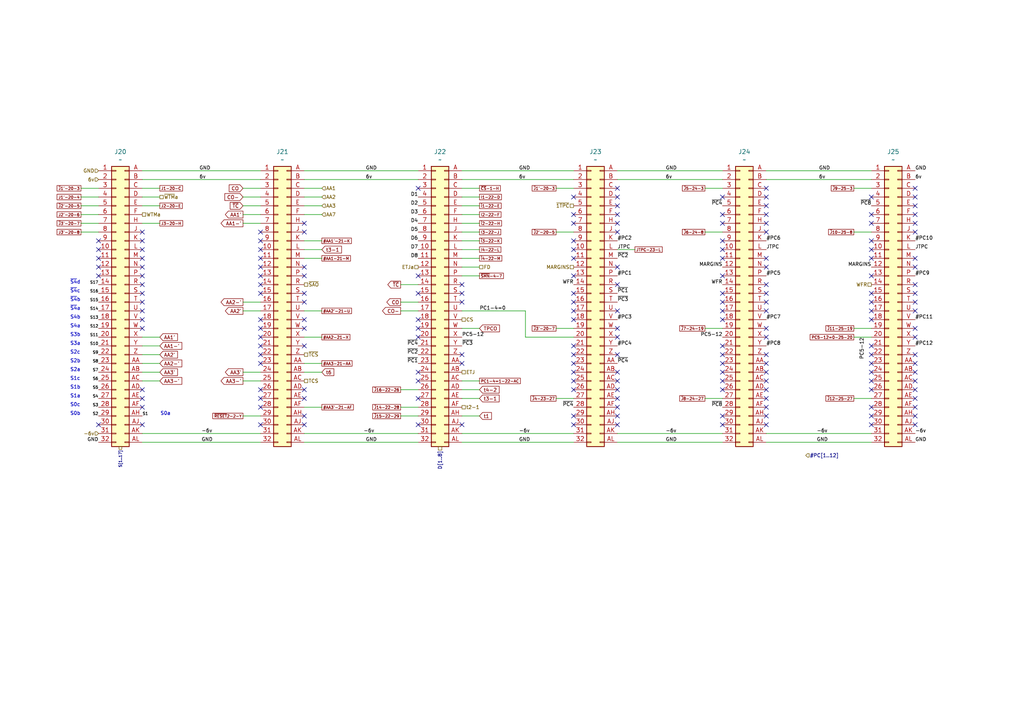
<source format=kicad_sch>
(kicad_sch (version 20211123) (generator eeschema)

  (uuid 54e5ce6e-b9e4-43e4-ad42-5b8b281f7041)

  (paper "A4")

  (title_block
    (title "Backplane 2")
    (date "2020-07-20")
  )

  (lib_symbols
    (symbol "LSA:Conn_02x32" (pin_names (offset 1.016) hide) (in_bom yes) (on_board yes)
      (property "Reference" "J" (id 0) (at 1.27 40.64 0)
        (effects (font (size 1.27 1.27)))
      )
      (property "Value" "Conn_02x32" (id 1) (at 1.27 -43.18 0)
        (effects (font (size 1.27 1.27)))
      )
      (property "Footprint" "" (id 2) (at 0 0 0)
        (effects (font (size 1.27 1.27)) hide)
      )
      (property "Datasheet" "" (id 3) (at 0 0 0)
        (effects (font (size 1.27 1.27)) hide)
      )
      (property "ki_fp_filters" "Connector*:*_2x??_*" (id 4) (at 0 0 0)
        (effects (font (size 1.27 1.27)) hide)
      )
      (symbol "Conn_02x32_1_1"
        (rectangle (start -1.27 -40.513) (end 0 -40.767)
          (stroke (width 0.1524) (type default) (color 0 0 0 0))
          (fill (type none))
        )
        (rectangle (start -1.27 -37.973) (end 0 -38.227)
          (stroke (width 0.1524) (type default) (color 0 0 0 0))
          (fill (type none))
        )
        (rectangle (start -1.27 -35.433) (end 0 -35.687)
          (stroke (width 0.1524) (type default) (color 0 0 0 0))
          (fill (type none))
        )
        (rectangle (start -1.27 -32.893) (end 0 -33.147)
          (stroke (width 0.1524) (type default) (color 0 0 0 0))
          (fill (type none))
        )
        (rectangle (start -1.27 -30.353) (end 0 -30.607)
          (stroke (width 0.1524) (type default) (color 0 0 0 0))
          (fill (type none))
        )
        (rectangle (start -1.27 -27.813) (end 0 -28.067)
          (stroke (width 0.1524) (type default) (color 0 0 0 0))
          (fill (type none))
        )
        (rectangle (start -1.27 -25.273) (end 0 -25.527)
          (stroke (width 0.1524) (type default) (color 0 0 0 0))
          (fill (type none))
        )
        (rectangle (start -1.27 -22.733) (end 0 -22.987)
          (stroke (width 0.1524) (type default) (color 0 0 0 0))
          (fill (type none))
        )
        (rectangle (start -1.27 -20.193) (end 0 -20.447)
          (stroke (width 0.1524) (type default) (color 0 0 0 0))
          (fill (type none))
        )
        (rectangle (start -1.27 -17.653) (end 0 -17.907)
          (stroke (width 0.1524) (type default) (color 0 0 0 0))
          (fill (type none))
        )
        (rectangle (start -1.27 -15.113) (end 0 -15.367)
          (stroke (width 0.1524) (type default) (color 0 0 0 0))
          (fill (type none))
        )
        (rectangle (start -1.27 -12.573) (end 0 -12.827)
          (stroke (width 0.1524) (type default) (color 0 0 0 0))
          (fill (type none))
        )
        (rectangle (start -1.27 -10.033) (end 0 -10.287)
          (stroke (width 0.1524) (type default) (color 0 0 0 0))
          (fill (type none))
        )
        (rectangle (start -1.27 -7.493) (end 0 -7.747)
          (stroke (width 0.1524) (type default) (color 0 0 0 0))
          (fill (type none))
        )
        (rectangle (start -1.27 -4.953) (end 0 -5.207)
          (stroke (width 0.1524) (type default) (color 0 0 0 0))
          (fill (type none))
        )
        (rectangle (start -1.27 -2.413) (end 0 -2.667)
          (stroke (width 0.1524) (type default) (color 0 0 0 0))
          (fill (type none))
        )
        (rectangle (start -1.27 0.127) (end 0 -0.127)
          (stroke (width 0.1524) (type default) (color 0 0 0 0))
          (fill (type none))
        )
        (rectangle (start -1.27 2.667) (end 0 2.413)
          (stroke (width 0.1524) (type default) (color 0 0 0 0))
          (fill (type none))
        )
        (rectangle (start -1.27 5.207) (end 0 4.953)
          (stroke (width 0.1524) (type default) (color 0 0 0 0))
          (fill (type none))
        )
        (rectangle (start -1.27 7.747) (end 0 7.493)
          (stroke (width 0.1524) (type default) (color 0 0 0 0))
          (fill (type none))
        )
        (rectangle (start -1.27 10.287) (end 0 10.033)
          (stroke (width 0.1524) (type default) (color 0 0 0 0))
          (fill (type none))
        )
        (rectangle (start -1.27 12.827) (end 0 12.573)
          (stroke (width 0.1524) (type default) (color 0 0 0 0))
          (fill (type none))
        )
        (rectangle (start -1.27 15.367) (end 0 15.113)
          (stroke (width 0.1524) (type default) (color 0 0 0 0))
          (fill (type none))
        )
        (rectangle (start -1.27 17.907) (end 0 17.653)
          (stroke (width 0.1524) (type default) (color 0 0 0 0))
          (fill (type none))
        )
        (rectangle (start -1.27 20.447) (end 0 20.193)
          (stroke (width 0.1524) (type default) (color 0 0 0 0))
          (fill (type none))
        )
        (rectangle (start -1.27 22.987) (end 0 22.733)
          (stroke (width 0.1524) (type default) (color 0 0 0 0))
          (fill (type none))
        )
        (rectangle (start -1.27 25.527) (end 0 25.273)
          (stroke (width 0.1524) (type default) (color 0 0 0 0))
          (fill (type none))
        )
        (rectangle (start -1.27 28.067) (end 0 27.813)
          (stroke (width 0.1524) (type default) (color 0 0 0 0))
          (fill (type none))
        )
        (rectangle (start -1.27 30.607) (end 0 30.353)
          (stroke (width 0.1524) (type default) (color 0 0 0 0))
          (fill (type none))
        )
        (rectangle (start -1.27 33.147) (end 0 32.893)
          (stroke (width 0.1524) (type default) (color 0 0 0 0))
          (fill (type none))
        )
        (rectangle (start -1.27 35.687) (end 0 35.433)
          (stroke (width 0.1524) (type default) (color 0 0 0 0))
          (fill (type none))
        )
        (rectangle (start -1.27 38.227) (end 0 37.973)
          (stroke (width 0.1524) (type default) (color 0 0 0 0))
          (fill (type none))
        )
        (rectangle (start -1.27 39.37) (end 3.81 -41.91)
          (stroke (width 0.254) (type default) (color 0 0 0 0))
          (fill (type background))
        )
        (rectangle (start 3.81 -40.513) (end 2.54 -40.767)
          (stroke (width 0.1524) (type default) (color 0 0 0 0))
          (fill (type none))
        )
        (rectangle (start 3.81 -37.973) (end 2.54 -38.227)
          (stroke (width 0.1524) (type default) (color 0 0 0 0))
          (fill (type none))
        )
        (rectangle (start 3.81 -35.433) (end 2.54 -35.687)
          (stroke (width 0.1524) (type default) (color 0 0 0 0))
          (fill (type none))
        )
        (rectangle (start 3.81 -32.893) (end 2.54 -33.147)
          (stroke (width 0.1524) (type default) (color 0 0 0 0))
          (fill (type none))
        )
        (rectangle (start 3.81 -30.353) (end 2.54 -30.607)
          (stroke (width 0.1524) (type default) (color 0 0 0 0))
          (fill (type none))
        )
        (rectangle (start 3.81 -27.813) (end 2.54 -28.067)
          (stroke (width 0.1524) (type default) (color 0 0 0 0))
          (fill (type none))
        )
        (rectangle (start 3.81 -25.273) (end 2.54 -25.527)
          (stroke (width 0.1524) (type default) (color 0 0 0 0))
          (fill (type none))
        )
        (rectangle (start 3.81 -22.733) (end 2.54 -22.987)
          (stroke (width 0.1524) (type default) (color 0 0 0 0))
          (fill (type none))
        )
        (rectangle (start 3.81 -20.193) (end 2.54 -20.447)
          (stroke (width 0.1524) (type default) (color 0 0 0 0))
          (fill (type none))
        )
        (rectangle (start 3.81 -17.653) (end 2.54 -17.907)
          (stroke (width 0.1524) (type default) (color 0 0 0 0))
          (fill (type none))
        )
        (rectangle (start 3.81 -15.113) (end 2.54 -15.367)
          (stroke (width 0.1524) (type default) (color 0 0 0 0))
          (fill (type none))
        )
        (rectangle (start 3.81 -12.573) (end 2.54 -12.827)
          (stroke (width 0.1524) (type default) (color 0 0 0 0))
          (fill (type none))
        )
        (rectangle (start 3.81 -10.033) (end 2.54 -10.287)
          (stroke (width 0.1524) (type default) (color 0 0 0 0))
          (fill (type none))
        )
        (rectangle (start 3.81 -7.493) (end 2.54 -7.747)
          (stroke (width 0.1524) (type default) (color 0 0 0 0))
          (fill (type none))
        )
        (rectangle (start 3.81 -4.953) (end 2.54 -5.207)
          (stroke (width 0.1524) (type default) (color 0 0 0 0))
          (fill (type none))
        )
        (rectangle (start 3.81 -2.413) (end 2.54 -2.667)
          (stroke (width 0.1524) (type default) (color 0 0 0 0))
          (fill (type none))
        )
        (rectangle (start 3.81 0.127) (end 2.54 -0.127)
          (stroke (width 0.1524) (type default) (color 0 0 0 0))
          (fill (type none))
        )
        (rectangle (start 3.81 2.667) (end 2.54 2.413)
          (stroke (width 0.1524) (type default) (color 0 0 0 0))
          (fill (type none))
        )
        (rectangle (start 3.81 5.207) (end 2.54 4.953)
          (stroke (width 0.1524) (type default) (color 0 0 0 0))
          (fill (type none))
        )
        (rectangle (start 3.81 7.747) (end 2.54 7.493)
          (stroke (width 0.1524) (type default) (color 0 0 0 0))
          (fill (type none))
        )
        (rectangle (start 3.81 10.287) (end 2.54 10.033)
          (stroke (width 0.1524) (type default) (color 0 0 0 0))
          (fill (type none))
        )
        (rectangle (start 3.81 12.827) (end 2.54 12.573)
          (stroke (width 0.1524) (type default) (color 0 0 0 0))
          (fill (type none))
        )
        (rectangle (start 3.81 15.367) (end 2.54 15.113)
          (stroke (width 0.1524) (type default) (color 0 0 0 0))
          (fill (type none))
        )
        (rectangle (start 3.81 17.907) (end 2.54 17.653)
          (stroke (width 0.1524) (type default) (color 0 0 0 0))
          (fill (type none))
        )
        (rectangle (start 3.81 20.447) (end 2.54 20.193)
          (stroke (width 0.1524) (type default) (color 0 0 0 0))
          (fill (type none))
        )
        (rectangle (start 3.81 22.987) (end 2.54 22.733)
          (stroke (width 0.1524) (type default) (color 0 0 0 0))
          (fill (type none))
        )
        (rectangle (start 3.81 25.527) (end 2.54 25.273)
          (stroke (width 0.1524) (type default) (color 0 0 0 0))
          (fill (type none))
        )
        (rectangle (start 3.81 28.067) (end 2.54 27.813)
          (stroke (width 0.1524) (type default) (color 0 0 0 0))
          (fill (type none))
        )
        (rectangle (start 3.81 30.607) (end 2.54 30.353)
          (stroke (width 0.1524) (type default) (color 0 0 0 0))
          (fill (type none))
        )
        (rectangle (start 3.81 33.147) (end 2.54 32.893)
          (stroke (width 0.1524) (type default) (color 0 0 0 0))
          (fill (type none))
        )
        (rectangle (start 3.81 35.687) (end 2.54 35.433)
          (stroke (width 0.1524) (type default) (color 0 0 0 0))
          (fill (type none))
        )
        (rectangle (start 3.81 38.227) (end 2.54 37.973)
          (stroke (width 0.1524) (type default) (color 0 0 0 0))
          (fill (type none))
        )
        (pin passive line (at -5.08 38.1 0) (length 3.81)
          (name "Pin_1" (effects (font (size 1.27 1.27))))
          (number "1" (effects (font (size 1.27 1.27))))
        )
        (pin passive line (at -5.08 15.24 0) (length 3.81)
          (name "Pin_10" (effects (font (size 1.27 1.27))))
          (number "10" (effects (font (size 1.27 1.27))))
        )
        (pin passive line (at -5.08 12.7 0) (length 3.81)
          (name "Pin_11" (effects (font (size 1.27 1.27))))
          (number "11" (effects (font (size 1.27 1.27))))
        )
        (pin passive line (at -5.08 10.16 0) (length 3.81)
          (name "Pin_12" (effects (font (size 1.27 1.27))))
          (number "12" (effects (font (size 1.27 1.27))))
        )
        (pin passive line (at -5.08 7.62 0) (length 3.81)
          (name "Pin_13" (effects (font (size 1.27 1.27))))
          (number "13" (effects (font (size 1.27 1.27))))
        )
        (pin passive line (at -5.08 5.08 0) (length 3.81)
          (name "Pin_14" (effects (font (size 1.27 1.27))))
          (number "14" (effects (font (size 1.27 1.27))))
        )
        (pin passive line (at -5.08 2.54 0) (length 3.81)
          (name "Pin_15" (effects (font (size 1.27 1.27))))
          (number "15" (effects (font (size 1.27 1.27))))
        )
        (pin passive line (at -5.08 0 0) (length 3.81)
          (name "Pin_16" (effects (font (size 1.27 1.27))))
          (number "16" (effects (font (size 1.27 1.27))))
        )
        (pin passive line (at -5.08 -2.54 0) (length 3.81)
          (name "Pin_17" (effects (font (size 1.27 1.27))))
          (number "17" (effects (font (size 1.27 1.27))))
        )
        (pin passive line (at -5.08 -5.08 0) (length 3.81)
          (name "Pin_18" (effects (font (size 1.27 1.27))))
          (number "18" (effects (font (size 1.27 1.27))))
        )
        (pin passive line (at -5.08 -7.62 0) (length 3.81)
          (name "Pin_19" (effects (font (size 1.27 1.27))))
          (number "19" (effects (font (size 1.27 1.27))))
        )
        (pin passive line (at -5.08 35.56 0) (length 3.81)
          (name "Pin_2" (effects (font (size 1.27 1.27))))
          (number "2" (effects (font (size 1.27 1.27))))
        )
        (pin passive line (at -5.08 -10.16 0) (length 3.81)
          (name "Pin_20" (effects (font (size 1.27 1.27))))
          (number "20" (effects (font (size 1.27 1.27))))
        )
        (pin passive line (at -5.08 -12.7 0) (length 3.81)
          (name "Pin_21" (effects (font (size 1.27 1.27))))
          (number "21" (effects (font (size 1.27 1.27))))
        )
        (pin passive line (at -5.08 -15.24 0) (length 3.81)
          (name "Pin_22" (effects (font (size 1.27 1.27))))
          (number "22" (effects (font (size 1.27 1.27))))
        )
        (pin passive line (at -5.08 -17.78 0) (length 3.81)
          (name "Pin_23" (effects (font (size 1.27 1.27))))
          (number "23" (effects (font (size 1.27 1.27))))
        )
        (pin passive line (at -5.08 -20.32 0) (length 3.81)
          (name "Pin_24" (effects (font (size 1.27 1.27))))
          (number "24" (effects (font (size 1.27 1.27))))
        )
        (pin passive line (at -5.08 -22.86 0) (length 3.81)
          (name "Pin_25" (effects (font (size 1.27 1.27))))
          (number "25" (effects (font (size 1.27 1.27))))
        )
        (pin passive line (at -5.08 -25.4 0) (length 3.81)
          (name "Pin_26" (effects (font (size 1.27 1.27))))
          (number "26" (effects (font (size 1.27 1.27))))
        )
        (pin passive line (at -5.08 -27.94 0) (length 3.81)
          (name "Pin_27" (effects (font (size 1.27 1.27))))
          (number "27" (effects (font (size 1.27 1.27))))
        )
        (pin passive line (at -5.08 -30.48 0) (length 3.81)
          (name "Pin_28" (effects (font (size 1.27 1.27))))
          (number "28" (effects (font (size 1.27 1.27))))
        )
        (pin passive line (at -5.08 -33.02 0) (length 3.81)
          (name "Pin_29" (effects (font (size 1.27 1.27))))
          (number "29" (effects (font (size 1.27 1.27))))
        )
        (pin passive line (at -5.08 33.02 0) (length 3.81)
          (name "Pin_3" (effects (font (size 1.27 1.27))))
          (number "3" (effects (font (size 1.27 1.27))))
        )
        (pin passive line (at -5.08 -35.56 0) (length 3.81)
          (name "Pin_30" (effects (font (size 1.27 1.27))))
          (number "30" (effects (font (size 1.27 1.27))))
        )
        (pin passive line (at -5.08 -38.1 0) (length 3.81)
          (name "Pin_31" (effects (font (size 1.27 1.27))))
          (number "31" (effects (font (size 1.27 1.27))))
        )
        (pin passive line (at -5.08 -40.64 0) (length 3.81)
          (name "Pin_32" (effects (font (size 1.27 1.27))))
          (number "32" (effects (font (size 1.27 1.27))))
        )
        (pin passive line (at -5.08 30.48 0) (length 3.81)
          (name "Pin_4" (effects (font (size 1.27 1.27))))
          (number "4" (effects (font (size 1.27 1.27))))
        )
        (pin passive line (at -5.08 27.94 0) (length 3.81)
          (name "Pin_5" (effects (font (size 1.27 1.27))))
          (number "5" (effects (font (size 1.27 1.27))))
        )
        (pin passive line (at -5.08 25.4 0) (length 3.81)
          (name "Pin_6" (effects (font (size 1.27 1.27))))
          (number "6" (effects (font (size 1.27 1.27))))
        )
        (pin passive line (at -5.08 22.86 0) (length 3.81)
          (name "Pin_7" (effects (font (size 1.27 1.27))))
          (number "7" (effects (font (size 1.27 1.27))))
        )
        (pin passive line (at -5.08 20.32 0) (length 3.81)
          (name "Pin_8" (effects (font (size 1.27 1.27))))
          (number "8" (effects (font (size 1.27 1.27))))
        )
        (pin passive line (at -5.08 17.78 0) (length 3.81)
          (name "Pin_9" (effects (font (size 1.27 1.27))))
          (number "9" (effects (font (size 1.27 1.27))))
        )
        (pin passive line (at 7.62 38.1 180) (length 3.81)
          (name "Pin_A" (effects (font (size 1.27 1.27))))
          (number "A" (effects (font (size 1.27 1.27))))
        )
        (pin passive line (at 7.62 -17.78 180) (length 3.81)
          (name "Pin_AA" (effects (font (size 1.27 1.27))))
          (number "AA" (effects (font (size 1.27 1.27))))
        )
        (pin passive line (at 7.62 -20.32 180) (length 3.81)
          (name "Pin_AB" (effects (font (size 1.27 1.27))))
          (number "AB" (effects (font (size 1.27 1.27))))
        )
        (pin passive line (at 7.62 -22.86 180) (length 3.81)
          (name "Pin_AC" (effects (font (size 1.27 1.27))))
          (number "AC" (effects (font (size 1.27 1.27))))
        )
        (pin passive line (at 7.62 -25.4 180) (length 3.81)
          (name "Pin_AD" (effects (font (size 1.27 1.27))))
          (number "AD" (effects (font (size 1.27 1.27))))
        )
        (pin passive line (at 7.62 -27.94 180) (length 3.81)
          (name "Pin_AE" (effects (font (size 1.27 1.27))))
          (number "AE" (effects (font (size 1.27 1.27))))
        )
        (pin passive line (at 7.62 -30.48 180) (length 3.81)
          (name "Pin_AF" (effects (font (size 1.27 1.27))))
          (number "AF" (effects (font (size 1.27 1.27))))
        )
        (pin passive line (at 7.62 -33.02 180) (length 3.81)
          (name "Pin_AH" (effects (font (size 1.27 1.27))))
          (number "AH" (effects (font (size 1.27 1.27))))
        )
        (pin passive line (at 7.62 -35.56 180) (length 3.81)
          (name "Pin_AJ" (effects (font (size 1.27 1.27))))
          (number "AJ" (effects (font (size 1.27 1.27))))
        )
        (pin passive line (at 7.62 -38.1 180) (length 3.81)
          (name "Pin_AK" (effects (font (size 1.27 1.27))))
          (number "AK" (effects (font (size 1.27 1.27))))
        )
        (pin passive line (at 7.62 -40.64 180) (length 3.81)
          (name "Pin_AL" (effects (font (size 1.27 1.27))))
          (number "AL" (effects (font (size 1.27 1.27))))
        )
        (pin passive line (at 7.62 35.56 180) (length 3.81)
          (name "Pin_B" (effects (font (size 1.27 1.27))))
          (number "B" (effects (font (size 1.27 1.27))))
        )
        (pin passive line (at 7.62 33.02 180) (length 3.81)
          (name "Pin_C" (effects (font (size 1.27 1.27))))
          (number "C" (effects (font (size 1.27 1.27))))
        )
        (pin passive line (at 7.62 30.48 180) (length 3.81)
          (name "Pin_D" (effects (font (size 1.27 1.27))))
          (number "D" (effects (font (size 1.27 1.27))))
        )
        (pin passive line (at 7.62 27.94 180) (length 3.81)
          (name "Pin_E" (effects (font (size 1.27 1.27))))
          (number "E" (effects (font (size 1.27 1.27))))
        )
        (pin passive line (at 7.62 25.4 180) (length 3.81)
          (name "Pin_F" (effects (font (size 1.27 1.27))))
          (number "F" (effects (font (size 1.27 1.27))))
        )
        (pin passive line (at 7.62 22.86 180) (length 3.81)
          (name "Pin_H" (effects (font (size 1.27 1.27))))
          (number "H" (effects (font (size 1.27 1.27))))
        )
        (pin passive line (at 7.62 20.32 180) (length 3.81)
          (name "Pin_J" (effects (font (size 1.27 1.27))))
          (number "J" (effects (font (size 1.27 1.27))))
        )
        (pin passive line (at 7.62 17.78 180) (length 3.81)
          (name "Pin_K" (effects (font (size 1.27 1.27))))
          (number "K" (effects (font (size 1.27 1.27))))
        )
        (pin passive line (at 7.62 15.24 180) (length 3.81)
          (name "Pin_L" (effects (font (size 1.27 1.27))))
          (number "L" (effects (font (size 1.27 1.27))))
        )
        (pin passive line (at 7.62 12.7 180) (length 3.81)
          (name "Pin_M" (effects (font (size 1.27 1.27))))
          (number "M" (effects (font (size 1.27 1.27))))
        )
        (pin passive line (at 7.62 10.16 180) (length 3.81)
          (name "Pin_N" (effects (font (size 1.27 1.27))))
          (number "N" (effects (font (size 1.27 1.27))))
        )
        (pin passive line (at 7.62 7.62 180) (length 3.81)
          (name "Pin_P" (effects (font (size 1.27 1.27))))
          (number "P" (effects (font (size 1.27 1.27))))
        )
        (pin passive line (at 7.62 5.08 180) (length 3.81)
          (name "Pin_R" (effects (font (size 1.27 1.27))))
          (number "R" (effects (font (size 1.27 1.27))))
        )
        (pin passive line (at 7.62 2.54 180) (length 3.81)
          (name "Pin_S" (effects (font (size 1.27 1.27))))
          (number "S" (effects (font (size 1.27 1.27))))
        )
        (pin passive line (at 7.62 0 180) (length 3.81)
          (name "Pin_T" (effects (font (size 1.27 1.27))))
          (number "T" (effects (font (size 1.27 1.27))))
        )
        (pin passive line (at 7.62 -2.54 180) (length 3.81)
          (name "Pin_U" (effects (font (size 1.27 1.27))))
          (number "U" (effects (font (size 1.27 1.27))))
        )
        (pin passive line (at 7.62 -5.08 180) (length 3.81)
          (name "Pin_V" (effects (font (size 1.27 1.27))))
          (number "V" (effects (font (size 1.27 1.27))))
        )
        (pin passive line (at 7.62 -7.62 180) (length 3.81)
          (name "Pin_W" (effects (font (size 1.27 1.27))))
          (number "W" (effects (font (size 1.27 1.27))))
        )
        (pin passive line (at 7.62 -10.16 180) (length 3.81)
          (name "Pin_X" (effects (font (size 1.27 1.27))))
          (number "X" (effects (font (size 1.27 1.27))))
        )
        (pin passive line (at 7.62 -12.7 180) (length 3.81)
          (name "Pin_Y" (effects (font (size 1.27 1.27))))
          (number "Y" (effects (font (size 1.27 1.27))))
        )
        (pin passive line (at 7.62 -15.24 180) (length 3.81)
          (name "Pin_Z" (effects (font (size 1.27 1.27))))
          (number "Z" (effects (font (size 1.27 1.27))))
        )
      )
    )
  )



  (no_connect (at 75.565 118.11) (uuid 03255602-50e8-448d-9589-43c13ad0d7ce))
  (no_connect (at 252.73 123.19) (uuid 04eca224-33b4-41a1-8b41-7f9d07432e8f))
  (no_connect (at 88.265 87.63) (uuid 05f7c4fd-7227-41a4-85d4-8b789665f184))
  (no_connect (at 252.73 113.03) (uuid 0a2627a8-cb41-463a-a275-0c8bdeb6f220))
  (no_connect (at 222.25 110.49) (uuid 0a414155-89a5-4c82-893d-580eb83e00d0))
  (no_connect (at 166.37 74.93) (uuid 0b2b0756-e426-4716-9ae1-be088695bc37))
  (no_connect (at 222.25 95.25) (uuid 0b3cc247-b1f5-44a1-84eb-83087b6adf12))
  (no_connect (at 88.265 113.03) (uuid 0cf86d0f-38fb-43a2-8bde-a3a06304a0de))
  (no_connect (at 179.07 110.49) (uuid 0d507b43-9adf-4e83-96b1-0da99819774d))
  (no_connect (at 252.73 107.95) (uuid 0daa8843-73bf-438a-a4e4-adc9c6b5532f))
  (no_connect (at 252.73 74.93) (uuid 13b4b08b-5832-49dc-8de3-b137581f1f5a))
  (no_connect (at 41.275 113.03) (uuid 14bd1e68-f467-4abe-bb46-839a9bb4e35d))
  (no_connect (at 166.37 92.71) (uuid 157a7b41-94cb-4bd6-bcb2-ddba6eba6ace))
  (no_connect (at 209.55 92.71) (uuid 1636bc9e-060c-40e6-a0d2-0d92c4e3132e))
  (no_connect (at 41.275 82.55) (uuid 16914b4a-f904-4bf8-b985-6d761801d6c7))
  (no_connect (at 222.25 113.03) (uuid 16d719a8-b84e-4860-ba36-d22d53e8b349))
  (no_connect (at 166.37 90.17) (uuid 16e3acc0-6f30-4a10-819d-3fd2977c2a55))
  (no_connect (at 265.43 120.65) (uuid 170e5ff1-c0f1-4981-8249-95eb8bcf7797))
  (no_connect (at 252.73 120.65) (uuid 172823e0-a38b-4139-8329-7276d76e8cb7))
  (no_connect (at 88.265 67.31) (uuid 185c6042-50f7-42d4-950b-f602be89b688))
  (no_connect (at 179.07 62.23) (uuid 1a6c093f-00a7-4477-85ba-837de9642e09))
  (no_connect (at 179.07 113.03) (uuid 23839c38-8f19-4ed2-bd7b-c1bf0eb4144e))
  (no_connect (at 41.275 85.09) (uuid 23be06c0-115b-4bd7-b37a-731128d6cca6))
  (no_connect (at 222.25 54.61) (uuid 25b43a51-ce9f-4f55-97cb-52806e516c64))
  (no_connect (at 133.985 123.19) (uuid 26055698-4750-4b0d-b8e7-7ad65450b16b))
  (no_connect (at 179.07 123.19) (uuid 27a0b967-c3ee-4f78-b2ae-302aec535d3f))
  (no_connect (at 133.985 87.63) (uuid 27b2e77c-c2b0-445a-b45f-ee2a23e93a07))
  (no_connect (at 222.25 62.23) (uuid 298d515a-df31-4c51-a7a0-59671d9efd63))
  (no_connect (at 252.73 69.85) (uuid 2b480be7-f471-41f5-9dff-9e2092c226bb))
  (no_connect (at 179.07 59.69) (uuid 2dbd4033-e7d7-427a-a055-5be36b940945))
  (no_connect (at 179.07 64.77) (uuid 2ea5ed64-7361-4e3b-b274-29ec49e402ab))
  (no_connect (at 265.43 95.25) (uuid 30f735ac-6464-4769-b772-88edcf35b2b4))
  (no_connect (at 179.07 118.11) (uuid 3241e5f0-a954-4ac7-b994-23fb4581a06d))
  (no_connect (at 265.43 77.47) (uuid 33784ca2-6141-475c-a3a1-72be317b8539))
  (no_connect (at 75.565 72.39) (uuid 346bf84d-8cd5-4998-9238-99455ea35fb2))
  (no_connect (at 75.565 95.25) (uuid 34f9dfde-f16e-4ee5-aac0-a38b4915a1e4))
  (no_connect (at 166.37 69.85) (uuid 364e15ff-31f5-442f-87c4-617eb9b3afab))
  (no_connect (at 121.285 80.01) (uuid 386d0454-5fad-44b6-9352-a5e9924a95e6))
  (no_connect (at 252.73 110.49) (uuid 39f560fe-25eb-40ac-82f4-82c7f20bddff))
  (no_connect (at 265.43 97.79) (uuid 3f13d9eb-7692-4357-8674-eb6b15b96e83))
  (no_connect (at 222.25 123.19) (uuid 401a1535-d350-4ea6-8ab4-c10772ae1239))
  (no_connect (at 41.275 69.85) (uuid 404f45b9-bbcc-4c62-b604-c2cf6b17e77b))
  (no_connect (at 209.55 80.01) (uuid 40af9ea1-024f-4e42-9509-51b259b91d75))
  (no_connect (at 166.37 123.19) (uuid 428856f6-fb73-45db-9950-458ae630e5e2))
  (no_connect (at 41.275 74.93) (uuid 42b34915-de19-4db9-a05b-e9012c120233))
  (no_connect (at 75.565 69.85) (uuid 45badceb-f08e-4c2a-84bc-665e8fd3e859))
  (no_connect (at 252.73 57.15) (uuid 460e0380-27dc-4d27-ab3e-5bd845bfcf2e))
  (no_connect (at 252.73 100.33) (uuid 475f17be-727c-432c-957c-09e531a4762d))
  (no_connect (at 252.73 90.17) (uuid 49080c7e-2b51-4ac2-96c7-e9fb6c3ac915))
  (no_connect (at 222.25 67.31) (uuid 4ace4535-3be4-4c83-a3ed-40f85ad0863e))
  (no_connect (at 252.73 62.23) (uuid 4ccfb8e9-623e-4656-a766-8a3495019a46))
  (no_connect (at 88.265 100.33) (uuid 4d02de34-3723-4258-acf4-b0d513f8f615))
  (no_connect (at 179.07 54.61) (uuid 4f25165d-0e49-48a2-8053-a50dcb5bfd35))
  (no_connect (at 252.73 105.41) (uuid 4ff54619-5f5d-4cfa-8cda-66a44d96466a))
  (no_connect (at 265.43 82.55) (uuid 5015361e-709c-45dd-b82f-81c88c3514d0))
  (no_connect (at 265.43 54.61) (uuid 526c1006-691d-4236-808b-e05ce0177f54))
  (no_connect (at 265.43 87.63) (uuid 532377f7-81d4-4044-92d6-3680f0524878))
  (no_connect (at 265.43 85.09) (uuid 5360f869-7b7d-4533-af05-f4a442030749))
  (no_connect (at 121.285 97.79) (uuid 53aa6931-94a0-4299-875e-ab39962aed6a))
  (no_connect (at 209.55 100.33) (uuid 542e009c-113b-4176-bdac-fdf6f22a0423))
  (no_connect (at 28.575 77.47) (uuid 58599bf5-32c3-4376-9a2a-ed6349d5b799))
  (no_connect (at 209.55 110.49) (uuid 589a956f-69ef-4fbb-8c49-32e8ecc93413))
  (no_connect (at 222.25 115.57) (uuid 5afbe500-95df-48a0-87fe-67d3fdaeee73))
  (no_connect (at 222.25 97.79) (uuid 5dcf4e26-922b-4b19-8e3d-5dd738628afb))
  (no_connect (at 179.07 120.65) (uuid 5e80ad0f-5f93-4d7f-8650-a1b02505ea11))
  (no_connect (at 209.55 74.93) (uuid 609114f6-f222-4f88-993d-c8fe54068da8))
  (no_connect (at 133.985 102.87) (uuid 6172feea-4ee3-4f97-89a8-21286186ed56))
  (no_connect (at 252.73 72.39) (uuid 6289b611-0b16-463e-a751-7c6438be3fd5))
  (no_connect (at 222.25 82.55) (uuid 634a4afa-5a18-45fa-a77e-aef5a83d2751))
  (no_connect (at 121.285 95.25) (uuid 648a2e04-4135-4d89-8db9-4ca78310a1f3))
  (no_connect (at 265.43 62.23) (uuid 66bc2938-d240-46fe-9d15-af51abea11fd))
  (no_connect (at 75.565 92.71) (uuid 66fdd163-0d0d-4e82-b8a0-3d7bc50b392f))
  (no_connect (at 88.265 95.25) (uuid 687a5f4d-80a4-492d-ae40-93e656e6dc33))
  (no_connect (at 179.07 67.31) (uuid 689e0924-34af-403d-b759-908cde1f19e2))
  (no_connect (at 209.55 113.03) (uuid 68f0643f-9d58-4645-ba73-d9a7a92fabae))
  (no_connect (at 209.55 105.41) (uuid 6cdb9853-4125-43da-8983-1376ce280f56))
  (no_connect (at 121.285 54.61) (uuid 6d9b0bf8-779c-42ed-8c7d-44a900c446cb))
  (no_connect (at 179.07 97.79) (uuid 6ee85399-598b-4a78-b574-f77a3317c9c9))
  (no_connect (at 179.07 77.47) (uuid 7368970d-95b0-432f-84a7-c0cd45f02cac))
  (no_connect (at 28.575 80.01) (uuid 74082f11-f180-4722-a65c-bab0fd24bb40))
  (no_connect (at 28.575 69.85) (uuid 75f7332c-801f-48d7-b023-607dcf7a2a13))
  (no_connect (at 265.43 105.41) (uuid 7a001615-a1f7-4e15-8361-3d659906bf66))
  (no_connect (at 265.43 113.03) (uuid 7a189b1f-9c9a-4ecd-bc58-a279a575c02c))
  (no_connect (at 209.55 62.23) (uuid 7b23a0de-106e-4f91-9b1a-bac33cedc203))
  (no_connect (at 88.265 85.09) (uuid 7b2cdf5b-70a7-4a63-9c4b-831c35844aef))
  (no_connect (at 222.25 90.17) (uuid 7b418518-576b-4cb6-9aa6-c474b0861a29))
  (no_connect (at 88.265 80.01) (uuid 7b8133dd-587e-47a1-959d-a750380def86))
  (no_connect (at 28.575 74.93) (uuid 7c0f6906-ad6f-4d00-9846-2dcd7608ca6d))
  (no_connect (at 209.55 72.39) (uuid 7d1a31b0-93bf-4aba-9b52-3f4f6bf33c56))
  (no_connect (at 222.25 59.69) (uuid 7e4eaf66-cd22-430c-8477-1bdb4d8e4ddc))
  (no_connect (at 265.43 59.69) (uuid 7f60f165-5a04-4c57-9ce7-56f1452b761a))
  (no_connect (at 222.25 105.41) (uuid 8125cacc-a52c-456f-9d15-5c6c851aec8d))
  (no_connect (at 222.25 102.87) (uuid 81c7b13d-a8e4-4284-92fd-ac3a527d6614))
  (no_connect (at 265.43 74.93) (uuid 83b09ede-594a-479c-948f-1720505e7920))
  (no_connect (at 265.43 115.57) (uuid 852da3ab-f08d-4529-93d1-bc282f7b6a24))
  (no_connect (at 121.285 115.57) (uuid 86161d7f-97fc-4dc0-bed0-56c9423ff2a3))
  (no_connect (at 265.43 57.15) (uuid 87df694b-04f0-470b-b72e-859ddba211e0))
  (no_connect (at 252.73 87.63) (uuid 87ed3c16-1e03-4009-8401-a886b7efb83c))
  (no_connect (at 133.985 85.09) (uuid 8a8c86aa-22dd-4cc3-aa72-1d4cbc8ba560))
  (no_connect (at 179.07 95.25) (uuid 8bf8546d-3d7a-456c-92e9-079de04d667f))
  (no_connect (at 209.55 123.19) (uuid 8c1f2b9c-5486-4f9d-8d6b-fe95c2eb01b6))
  (no_connect (at 222.25 118.11) (uuid 8ce63b16-57cc-4945-919a-7faea09b6cf8))
  (no_connect (at 88.265 92.71) (uuid 8d2d1625-1722-446c-b9d5-cabb1b3ad675))
  (no_connect (at 41.275 123.19) (uuid 8d48df5f-2d12-4128-9c07-39f3f3f99298))
  (no_connect (at 179.07 90.17) (uuid 904d0c70-cd59-42f1-9388-28bfa54d92da))
  (no_connect (at 209.55 90.17) (uuid 9227128e-a3d9-4181-b6b9-193eabe90ef9))
  (no_connect (at 121.285 92.71) (uuid 92362c5d-c930-49ec-bea9-5f48ddb787de))
  (no_connect (at 41.275 115.57) (uuid 93317312-dce0-4da1-a459-682d439e88bb))
  (no_connect (at 166.37 62.23) (uuid 93fe6ae5-5533-4ebf-b79c-9e2293e1ce2d))
  (no_connect (at 41.275 72.39) (uuid 94f7986f-b59c-464e-b0fd-2338d0d2f5f5))
  (no_connect (at 121.285 85.09) (uuid 97d2fe9c-2378-41d8-b4a4-9d88ec2173b5))
  (no_connect (at 252.73 64.77) (uuid 980ee318-10c5-4eb9-b1db-4e2ec24d6073))
  (no_connect (at 222.25 107.95) (uuid 99a443a2-21db-49f9-9f4e-a95a2fcc7443))
  (no_connect (at 121.285 123.19) (uuid 9d819881-0715-4965-a129-c863461bb864))
  (no_connect (at 222.25 77.47) (uuid 9fd52c03-9c62-4f77-8795-814023589658))
  (no_connect (at 41.275 95.25) (uuid a26cdb4e-d93a-480e-a73e-54465337d4c2))
  (no_connect (at 75.565 97.79) (uuid a3738055-a43c-4add-ac5c-848ddd42006d))
  (no_connect (at 88.265 120.65) (uuid a65a8eae-99e1-4403-b99a-85233bc71ff3))
  (no_connect (at 121.285 110.49) (uuid a6f72827-1441-485b-b0d5-a1d082fcc7c5))
  (no_connect (at 41.275 77.47) (uuid a762db58-6763-490c-be45-768362cddb44))
  (no_connect (at 209.55 120.65) (uuid a861bbc4-50d1-4ab4-b56c-005100041ec0))
  (no_connect (at 209.55 69.85) (uuid aadc127f-1eec-43db-a31a-c1acba014702))
  (no_connect (at 265.43 102.87) (uuid ab6152d3-a362-4571-8d33-73b6ae56e91b))
  (no_connect (at 41.275 67.31) (uuid ac13b41e-cc92-4206-a668-0bc4f354467f))
  (no_connect (at 265.43 64.77) (uuid ac37e742-935b-40c0-bbb4-2139925ac1e2))
  (no_connect (at 222.25 64.77) (uuid b1f0eeba-28df-4824-9e18-609f4bcc472d))
  (no_connect (at 265.43 118.11) (uuid b3396d1f-c6e9-4fdf-9448-6602b6eddc87))
  (no_connect (at 166.37 102.87) (uuid b49ecc32-ee15-4167-84ee-d7ad919a3e34))
  (no_connect (at 252.73 92.71) (uuid b7430e53-2f0c-441e-bef5-e18179da134e))
  (no_connect (at 209.55 87.63) (uuid b83fc99b-02ed-4eff-b1b4-83fce504449b))
  (no_connect (at 166.37 72.39) (uuid b8916ef9-b867-4430-9eb6-20c338d9ebf6))
  (no_connect (at 209.55 107.95) (uuid b9396192-7714-4c40-9a5e-fa1b3b37bc16))
  (no_connect (at 75.565 67.31) (uuid ba311002-07c2-4de0-90f6-ee81afd01fb6))
  (no_connect (at 265.43 67.31) (uuid ba9273c6-ec11-4fb9-96b7-c2851e6beac8))
  (no_connect (at 209.55 64.77) (uuid bcbfc056-545b-4b34-8186-c072cd1242ef))
  (no_connect (at 75.565 115.57) (uuid bcd9893b-53bd-400f-899f-52931e3d8db6))
  (no_connect (at 28.575 72.39) (uuid bce4f70d-b5bb-48f6-b3f1-b8821ded10a6))
  (no_connect (at 75.565 77.47) (uuid bd3e7e09-fc19-4a32-998d-2ed045b50ae7))
  (no_connect (at 265.43 90.17) (uuid bf9ee7d8-763a-4825-ab2e-4320af80cc66))
  (no_connect (at 252.73 118.11) (uuid c02aed25-7df7-4094-8b0e-4effbbe199bb))
  (no_connect (at 166.37 110.49) (uuid c0b5a5cc-8435-40b7-aef0-a968672efd6b))
  (no_connect (at 75.565 80.01) (uuid c2477baf-1d3b-4ae3-99e3-5ae9de4d3bba))
  (no_connect (at 265.43 110.49) (uuid c27293d3-085e-418f-94ca-240db7e19f52))
  (no_connect (at 179.07 82.55) (uuid c51cb032-54b0-44d8-984b-9772eeb26a22))
  (no_connect (at 166.37 87.63) (uuid c92d6132-4377-4a1a-b914-d92a21f3997b))
  (no_connect (at 166.37 107.95) (uuid ca139f7d-ff65-40a7-a1f4-92bb763f7d76))
  (no_connect (at 265.43 123.19) (uuid cb61984a-f177-461c-a04b-8b4427e25434))
  (no_connect (at 75.565 105.41) (uuid ce8be1c1-d8b3-47bf-9d73-5ca926fdbd8a))
  (no_connect (at 179.07 57.15) (uuid cf5155ef-ec9b-432b-a223-dc0c7826b654))
  (no_connect (at 75.565 123.19) (uuid d0ce9097-dcc0-4717-94fa-c6e17e6fd8f8))
  (no_connect (at 41.275 87.63) (uuid d1dcd918-8446-4ac2-afbe-9b46315a5886))
  (no_connect (at 75.565 74.93) (uuid d5b346fd-230e-4bfe-a60e-4bba5ee31eb2))
  (no_connect (at 133.985 105.41) (uuid d6d2ecd6-f8ab-4154-ba2a-4f9f52b9507d))
  (no_connect (at 41.275 92.71) (uuid d6fc2539-4030-444c-9c61-b1e7d88c2935))
  (no_connect (at 209.55 57.15) (uuid d72f5ad6-6dee-4860-a76e-85a56dfb4c5b))
  (no_connect (at 252.73 80.01) (uuid d85ae8d2-5a08-425c-a107-a675a58811c3))
  (no_connect (at 166.37 120.65) (uuid d928ee84-1fec-4eed-8363-20cfb5fb9587))
  (no_connect (at 121.285 107.95) (uuid d976a450-3b7b-4981-88f7-0c9ec5867958))
  (no_connect (at 88.265 115.57) (uuid dadaee5e-e34c-4679-8f36-7da2247344ba))
  (no_connect (at 28.575 123.19) (uuid dc71c8a5-da13-42d7-858f-4d1d212fd127))
  (no_connect (at 222.25 85.09) (uuid deaccb49-3b73-4b3f-aec7-5eabe39fcf87))
  (no_connect (at 41.275 80.01) (uuid df8eceb8-6b60-480b-b4ac-136ad6cd14b0))
  (no_connect (at 222.25 87.63) (uuid df9886c3-6bb4-425e-8eec-3813f3ec7b9b))
  (no_connect (at 265.43 107.95) (uuid e17c73e8-b3a5-45f8-815c-c96b2e687888))
  (no_connect (at 179.07 102.87) (uuid e31c229d-832c-4f1d-9278-159ad108bc59))
  (no_connect (at 222.25 74.93) (uuid e3210831-1d3f-415b-82ba-74013dbfb1a0))
  (no_connect (at 166.37 85.09) (uuid ebd5104a-9af6-4c4f-87e9-abf86ca95ae1))
  (no_connect (at 75.565 85.09) (uuid ec9c3b8d-910a-4e11-b950-9ed83e5b9fa8))
  (no_connect (at 41.275 90.17) (uuid ed851c64-7e07-4efc-9c2f-9b4c3ff7b2eb))
  (no_connect (at 252.73 102.87) (uuid ed8bc605-876c-4f4b-93b3-246a978e39ce))
  (no_connect (at 166.37 100.33) (uuid ed9f5bab-0ed1-429a-95ac-c023df0f2e7d))
  (no_connect (at 166.37 80.01) (uuid edaac7a2-9f52-4bfb-8a77-a9e411e1fb57))
  (no_connect (at 252.73 85.09) (uuid efbf53b8-00ab-4587-9ee6-12cba0412d4a))
  (no_connect (at 88.265 123.19) (uuid f0fcaa44-2779-483d-a6a8-93ba267a9efe))
  (no_connect (at 166.37 64.77) (uuid f14ea1fe-01ee-45a2-8b3f-1e4965870803))
  (no_connect (at 41.275 118.11) (uuid f2aac8e2-9346-44fa-adfc-d78611ef3361))
  (no_connect (at 209.55 85.09) (uuid f4d31a55-e858-4b2a-a807-865cc64db213))
  (no_connect (at 88.265 64.77) (uuid f5c561d7-9700-46d1-8dce-fb2a779347e9))
  (no_connect (at 222.25 120.65) (uuid f75ac715-9512-469f-9b3d-ee7ef404d6bb))
  (no_connect (at 88.265 77.47) (uuid f82f6f74-542a-4e02-82dd-345a85cd1f85))
  (no_connect (at 133.985 82.55) (uuid f8646c68-5f5d-4f26-a79b-9d000e02baa2))
  (no_connect (at 166.37 113.03) (uuid f8756038-727a-4eba-bf89-8ddc862ce9e7))
  (no_connect (at 179.07 115.57) (uuid f8a7c413-a378-4c32-ade6-a6ee6a030781))
  (no_connect (at 179.07 107.95) (uuid f8e78e70-eed5-4e65-a646-92edd429b0b6))
  (no_connect (at 209.55 102.87) (uuid f90d0c0d-7211-4600-8e8a-0d55b070e856))
  (no_connect (at 75.565 102.87) (uuid f9922f76-9bc0-4cc6-bc27-0f20f77850ee))
  (no_connect (at 166.37 105.41) (uuid fbc82bcd-25ea-4627-86d1-933c90b06347))
  (no_connect (at 222.25 57.15) (uuid fc54f6a0-6fcd-4924-8772-50348a1199a9))
  (no_connect (at 75.565 100.33) (uuid fd290780-555e-4dcf-9fac-4d5167682a87))
  (no_connect (at 75.565 113.03) (uuid fd55b89e-1db3-421f-970d-198a6455390d))
  (no_connect (at 166.37 57.15) (uuid fe1731f6-951b-4dc3-9ad5-46c69d789dd7))
  (no_connect (at 75.565 82.55) (uuid ff671683-3714-44ca-a58b-dd17ef3f3370))

  (wire (pts (xy 41.275 49.53) (xy 75.565 49.53))
    (stroke (width 0) (type default) (color 0 0 0 0))
    (uuid 014640a2-5fee-4df6-8533-8bf6dbf948a2)
  )
  (wire (pts (xy 75.565 120.65) (xy 70.485 120.65))
    (stroke (width 0) (type default) (color 0 0 0 0))
    (uuid 01d07aa8-ed03-48cf-b9c7-91ae292ba5c5)
  )
  (wire (pts (xy 139.065 113.03) (xy 133.985 113.03))
    (stroke (width 0) (type default) (color 0 0 0 0))
    (uuid 03b48c73-466b-4d67-a28c-96055066c8ff)
  )
  (wire (pts (xy 166.37 95.25) (xy 161.29 95.25))
    (stroke (width 0) (type default) (color 0 0 0 0))
    (uuid 04055cbe-224e-4664-b62c-05d2b4866c39)
  )
  (wire (pts (xy 133.985 74.93) (xy 139.065 74.93))
    (stroke (width 0) (type default) (color 0 0 0 0))
    (uuid 05824095-58a3-4e0d-a6bf-787fe341cbbe)
  )
  (wire (pts (xy 88.265 90.17) (xy 93.345 90.17))
    (stroke (width 0) (type default) (color 0 0 0 0))
    (uuid 05cfc721-4782-446b-b74a-1abbd670f80f)
  )
  (wire (pts (xy 88.265 128.27) (xy 121.285 128.27))
    (stroke (width 0) (type default) (color 0 0 0 0))
    (uuid 0a503ae4-941b-4196-a15e-1561a976d00a)
  )
  (wire (pts (xy 116.205 113.03) (xy 121.285 113.03))
    (stroke (width 0) (type default) (color 0 0 0 0))
    (uuid 0ea882b9-8095-4258-a23e-62500454bb7a)
  )
  (wire (pts (xy 161.29 115.57) (xy 166.37 115.57))
    (stroke (width 0) (type default) (color 0 0 0 0))
    (uuid 10db27cd-c3ff-4930-a96a-906ca5d1b251)
  )
  (wire (pts (xy 75.565 64.77) (xy 70.485 64.77))
    (stroke (width 0) (type default) (color 0 0 0 0))
    (uuid 121c894e-db4c-4026-b472-169eac42545c)
  )
  (wire (pts (xy 139.065 62.23) (xy 133.985 62.23))
    (stroke (width 0) (type default) (color 0 0 0 0))
    (uuid 123031a0-0fdb-45ec-8347-9cb0dc9ca6ab)
  )
  (wire (pts (xy 133.985 120.65) (xy 139.065 120.65))
    (stroke (width 0) (type default) (color 0 0 0 0))
    (uuid 15592db0-5f96-46e2-a45c-8d79b880deb7)
  )
  (wire (pts (xy 70.485 59.69) (xy 75.565 59.69))
    (stroke (width 0) (type default) (color 0 0 0 0))
    (uuid 1acd99be-be33-47e2-8d84-9099cb71a7cf)
  )
  (wire (pts (xy 28.575 67.31) (xy 23.495 67.31))
    (stroke (width 0) (type default) (color 0 0 0 0))
    (uuid 1b5a9c76-e8d6-41e2-9884-e5a43da5387a)
  )
  (wire (pts (xy 41.275 100.33) (xy 46.355 100.33))
    (stroke (width 0) (type default) (color 0 0 0 0))
    (uuid 1bbeac95-8551-421e-b139-fc10dd0ca19b)
  )
  (wire (pts (xy 121.285 87.63) (xy 116.205 87.63))
    (stroke (width 0) (type default) (color 0 0 0 0))
    (uuid 1ec6a274-f089-4fc4-9c30-ebb79f64fc5c)
  )
  (wire (pts (xy 88.265 107.95) (xy 93.345 107.95))
    (stroke (width 0) (type default) (color 0 0 0 0))
    (uuid 1f509c4d-c087-4767-89e0-03b9e65a27df)
  )
  (wire (pts (xy 70.485 62.23) (xy 75.565 62.23))
    (stroke (width 0) (type default) (color 0 0 0 0))
    (uuid 213cc660-1b9e-4f54-9550-ed4acfe65048)
  )
  (wire (pts (xy 133.985 54.61) (xy 139.065 54.61))
    (stroke (width 0) (type default) (color 0 0 0 0))
    (uuid 2495a7a7-8b85-4f01-9001-a947b3568933)
  )
  (wire (pts (xy 204.47 67.31) (xy 209.55 67.31))
    (stroke (width 0) (type default) (color 0 0 0 0))
    (uuid 277c40ff-4301-423f-870c-6610cee92a97)
  )
  (wire (pts (xy 88.265 97.79) (xy 93.345 97.79))
    (stroke (width 0) (type default) (color 0 0 0 0))
    (uuid 2a30fbad-4829-4f99-8496-9f92475b1880)
  )
  (wire (pts (xy 41.275 54.61) (xy 46.355 54.61))
    (stroke (width 0) (type default) (color 0 0 0 0))
    (uuid 2a835d2f-9889-4717-b5f2-3563fb88c3e4)
  )
  (wire (pts (xy 93.345 59.69) (xy 88.265 59.69))
    (stroke (width 0) (type default) (color 0 0 0 0))
    (uuid 2c2f80e2-b14e-4cd7-a8a7-bc138514c885)
  )
  (wire (pts (xy 252.73 115.57) (xy 247.65 115.57))
    (stroke (width 0) (type default) (color 0 0 0 0))
    (uuid 2ddc2fae-17ad-48f6-af55-eeb6bdff8795)
  )
  (wire (pts (xy 41.275 64.77) (xy 46.355 64.77))
    (stroke (width 0) (type default) (color 0 0 0 0))
    (uuid 2f0474db-c28a-402a-b726-e9f4f2fd6a31)
  )
  (wire (pts (xy 75.565 110.49) (xy 70.485 110.49))
    (stroke (width 0) (type default) (color 0 0 0 0))
    (uuid 30781b34-ef1f-4a3f-9444-1913f6dcc11b)
  )
  (wire (pts (xy 252.73 67.31) (xy 247.65 67.31))
    (stroke (width 0) (type default) (color 0 0 0 0))
    (uuid 320a83ba-1155-4e20-bb54-60fec4186212)
  )
  (wire (pts (xy 133.985 125.73) (xy 166.37 125.73))
    (stroke (width 0) (type default) (color 0 0 0 0))
    (uuid 33804211-9b16-43d5-8665-aa89cc6b269f)
  )
  (wire (pts (xy 88.265 62.23) (xy 93.345 62.23))
    (stroke (width 0) (type default) (color 0 0 0 0))
    (uuid 35ded995-9814-4acc-b991-f347303664dc)
  )
  (wire (pts (xy 179.07 128.27) (xy 209.55 128.27))
    (stroke (width 0) (type default) (color 0 0 0 0))
    (uuid 381877d3-43bc-401f-a654-c9c393cc5149)
  )
  (wire (pts (xy 28.575 57.15) (xy 23.495 57.15))
    (stroke (width 0) (type default) (color 0 0 0 0))
    (uuid 38e1cd20-5387-4aa1-bb40-8a03657898ef)
  )
  (wire (pts (xy 204.47 95.25) (xy 209.55 95.25))
    (stroke (width 0) (type default) (color 0 0 0 0))
    (uuid 392332ee-4746-4541-be11-4f55a8ee0e20)
  )
  (wire (pts (xy 70.485 90.17) (xy 75.565 90.17))
    (stroke (width 0) (type default) (color 0 0 0 0))
    (uuid 3eb12a21-29de-4565-b302-c7abba3ecab7)
  )
  (wire (pts (xy 179.07 72.39) (xy 184.15 72.39))
    (stroke (width 0) (type default) (color 0 0 0 0))
    (uuid 40bd7897-b6b6-4ed7-9290-92e9e04ea7f1)
  )
  (wire (pts (xy 133.985 90.17) (xy 152.4 90.17))
    (stroke (width 0) (type default) (color 0 0 0 0))
    (uuid 423db2c0-3ed8-44f1-a2ce-fc0a9fffeff2)
  )
  (wire (pts (xy 88.265 49.53) (xy 121.285 49.53))
    (stroke (width 0) (type default) (color 0 0 0 0))
    (uuid 45282ea5-bc7d-4350-a94c-98c3553bcceb)
  )
  (wire (pts (xy 133.985 69.85) (xy 139.065 69.85))
    (stroke (width 0) (type default) (color 0 0 0 0))
    (uuid 4a27dddf-4c36-4680-8489-3f32a2059cbe)
  )
  (wire (pts (xy 70.485 107.95) (xy 75.565 107.95))
    (stroke (width 0) (type default) (color 0 0 0 0))
    (uuid 4b175dd6-5bf1-4417-9f9e-693092c5d430)
  )
  (wire (pts (xy 28.575 62.23) (xy 23.495 62.23))
    (stroke (width 0) (type default) (color 0 0 0 0))
    (uuid 4f8a099c-e467-4ab3-a5d7-efafa606fdb5)
  )
  (wire (pts (xy 133.985 64.77) (xy 139.065 64.77))
    (stroke (width 0) (type default) (color 0 0 0 0))
    (uuid 5281dbd2-630d-4731-845a-24215fe9ea6e)
  )
  (wire (pts (xy 88.265 69.85) (xy 93.345 69.85))
    (stroke (width 0) (type default) (color 0 0 0 0))
    (uuid 540e3e91-2441-47a4-9537-c15832ec152d)
  )
  (wire (pts (xy 139.065 77.47) (xy 133.985 77.47))
    (stroke (width 0) (type default) (color 0 0 0 0))
    (uuid 5479e0c3-4dcd-43e1-87ca-3e1f3bc3a8cf)
  )
  (wire (pts (xy 209.55 54.61) (xy 204.47 54.61))
    (stroke (width 0) (type default) (color 0 0 0 0))
    (uuid 57289d73-3e5b-44b9-acc3-60c851d81541)
  )
  (wire (pts (xy 222.25 125.73) (xy 252.73 125.73))
    (stroke (width 0) (type default) (color 0 0 0 0))
    (uuid 598dcec9-6d3d-42c3-9558-de43ceec5837)
  )
  (wire (pts (xy 133.985 59.69) (xy 139.065 59.69))
    (stroke (width 0) (type default) (color 0 0 0 0))
    (uuid 5a8a2167-7db8-4913-8bdb-1faec68234eb)
  )
  (wire (pts (xy 179.07 52.07) (xy 209.55 52.07))
    (stroke (width 0) (type default) (color 0 0 0 0))
    (uuid 5ab8ab10-84cd-4290-be50-b049d2c2ffcc)
  )
  (wire (pts (xy 121.285 120.65) (xy 116.205 120.65))
    (stroke (width 0) (type default) (color 0 0 0 0))
    (uuid 5dd1c924-ca08-4fb3-b2d9-63654e79a8f0)
  )
  (wire (pts (xy 75.565 57.15) (xy 70.485 57.15))
    (stroke (width 0) (type default) (color 0 0 0 0))
    (uuid 613e7522-f50e-4ece-b894-a353c92e0cc1)
  )
  (wire (pts (xy 222.25 52.07) (xy 252.73 52.07))
    (stroke (width 0) (type default) (color 0 0 0 0))
    (uuid 61dd8cd8-1645-44a6-84a9-ddf533de9e30)
  )
  (wire (pts (xy 161.29 67.31) (xy 166.37 67.31))
    (stroke (width 0) (type default) (color 0 0 0 0))
    (uuid 63cb402f-1df5-43cf-a365-fb57064f9c37)
  )
  (wire (pts (xy 93.345 105.41) (xy 88.265 105.41))
    (stroke (width 0) (type default) (color 0 0 0 0))
    (uuid 675ccb46-a31c-4b23-99d0-2b606a25df4a)
  )
  (wire (pts (xy 139.065 67.31) (xy 133.985 67.31))
    (stroke (width 0) (type default) (color 0 0 0 0))
    (uuid 6d219c05-edca-4cc6-98a2-5bc432bfc29c)
  )
  (wire (pts (xy 179.07 49.53) (xy 209.55 49.53))
    (stroke (width 0) (type default) (color 0 0 0 0))
    (uuid 6f773b7a-48d0-42b9-baad-e144bf4ba5cf)
  )
  (wire (pts (xy 152.4 97.79) (xy 152.4 90.17))
    (stroke (width 0) (type default) (color 0 0 0 0))
    (uuid 724c02c5-8943-42f2-b76b-efb6c5adae4e)
  )
  (wire (pts (xy 116.205 118.11) (xy 121.285 118.11))
    (stroke (width 0) (type default) (color 0 0 0 0))
    (uuid 736a6e6e-85cc-459b-a643-08beee025938)
  )
  (wire (pts (xy 88.265 54.61) (xy 93.345 54.61))
    (stroke (width 0) (type default) (color 0 0 0 0))
    (uuid 796ec20c-f3f9-49b7-87a8-e7e7653c2902)
  )
  (wire (pts (xy 133.985 52.07) (xy 166.37 52.07))
    (stroke (width 0) (type default) (color 0 0 0 0))
    (uuid 7ae009c1-165e-4b93-81ee-2156d1e6a502)
  )
  (wire (pts (xy 133.985 80.01) (xy 139.065 80.01))
    (stroke (width 0) (type default) (color 0 0 0 0))
    (uuid 81c580ca-fb8d-49da-a658-e776673acb0e)
  )
  (wire (pts (xy 133.985 128.27) (xy 166.37 128.27))
    (stroke (width 0) (type default) (color 0 0 0 0))
    (uuid 859d6cf7-ffc8-4692-9874-7f015ac46092)
  )
  (wire (pts (xy 41.275 105.41) (xy 46.355 105.41))
    (stroke (width 0) (type default) (color 0 0 0 0))
    (uuid 86d05490-7976-47e9-a33f-193538aed607)
  )
  (wire (pts (xy 70.485 87.63) (xy 75.565 87.63))
    (stroke (width 0) (type default) (color 0 0 0 0))
    (uuid 8d93103c-8101-44b5-9f22-bf71410b2102)
  )
  (wire (pts (xy 116.205 90.17) (xy 121.285 90.17))
    (stroke (width 0) (type default) (color 0 0 0 0))
    (uuid 912a0f2b-6f7a-4623-960e-582313a105d9)
  )
  (wire (pts (xy 41.275 107.95) (xy 46.355 107.95))
    (stroke (width 0) (type default) (color 0 0 0 0))
    (uuid 94001e06-8b19-4ecd-831a-27c1b7ffc6c1)
  )
  (wire (pts (xy 88.265 74.93) (xy 93.345 74.93))
    (stroke (width 0) (type default) (color 0 0 0 0))
    (uuid 99d9bc06-9076-4c98-b254-ffb4be5a5d4f)
  )
  (wire (pts (xy 46.355 97.79) (xy 41.275 97.79))
    (stroke (width 0) (type default) (color 0 0 0 0))
    (uuid 9b6131a2-20fd-4a0e-83e1-559a8a1d640f)
  )
  (wire (pts (xy 41.275 125.73) (xy 75.565 125.73))
    (stroke (width 0) (type default) (color 0 0 0 0))
    (uuid 9cbe16b6-e4b6-4136-8253-473ed3256348)
  )
  (wire (pts (xy 152.4 97.79) (xy 166.37 97.79))
    (stroke (width 0) (type default) (color 0 0 0 0))
    (uuid a06c442c-9f0c-4c65-8943-043cf1e39207)
  )
  (wire (pts (xy 222.25 49.53) (xy 252.73 49.53))
    (stroke (width 0) (type default) (color 0 0 0 0))
    (uuid a3a964e1-5b7c-4ba9-bd13-171043268f07)
  )
  (wire (pts (xy 247.65 95.25) (xy 252.73 95.25))
    (stroke (width 0) (type default) (color 0 0 0 0))
    (uuid a46e4f3c-a9ef-4072-afa9-c358b388cfcf)
  )
  (wire (pts (xy 46.355 102.87) (xy 41.275 102.87))
    (stroke (width 0) (type default) (color 0 0 0 0))
    (uuid a8721ec5-a57b-4624-a7ad-4e22d5730da5)
  )
  (wire (pts (xy 88.265 118.11) (xy 93.345 118.11))
    (stroke (width 0) (type default) (color 0 0 0 0))
    (uuid b662a115-4c97-4e3f-8a31-69cf61c60e46)
  )
  (wire (pts (xy 247.65 97.79) (xy 252.73 97.79))
    (stroke (width 0) (type default) (color 0 0 0 0))
    (uuid b89209cd-dbde-446a-b1d8-096bd31cb020)
  )
  (wire (pts (xy 41.275 128.27) (xy 75.565 128.27))
    (stroke (width 0) (type default) (color 0 0 0 0))
    (uuid c0b5b365-96b4-41e6-9ded-aab9b3bdd788)
  )
  (wire (pts (xy 116.205 82.55) (xy 121.285 82.55))
    (stroke (width 0) (type default) (color 0 0 0 0))
    (uuid c37c9d85-2dc2-443c-84c4-59acb1f3393c)
  )
  (wire (pts (xy 139.065 57.15) (xy 133.985 57.15))
    (stroke (width 0) (type default) (color 0 0 0 0))
    (uuid c70b2b8f-0b5c-4efb-8f63-b66bfce7c007)
  )
  (wire (pts (xy 23.495 54.61) (xy 28.575 54.61))
    (stroke (width 0) (type default) (color 0 0 0 0))
    (uuid c9ee2cb0-6994-4c0a-8fce-c159442dc03e)
  )
  (wire (pts (xy 204.47 115.57) (xy 209.55 115.57))
    (stroke (width 0) (type default) (color 0 0 0 0))
    (uuid cf1d9800-2797-467d-b27f-bdf10126e490)
  )
  (wire (pts (xy 41.275 59.69) (xy 46.355 59.69))
    (stroke (width 0) (type default) (color 0 0 0 0))
    (uuid d0c16472-06c8-44e9-9d97-b63f5e42e184)
  )
  (wire (pts (xy 88.265 125.73) (xy 121.285 125.73))
    (stroke (width 0) (type default) (color 0 0 0 0))
    (uuid d4921757-8634-4b5b-982a-9228e9c45fd4)
  )
  (wire (pts (xy 88.265 52.07) (xy 121.285 52.07))
    (stroke (width 0) (type default) (color 0 0 0 0))
    (uuid d6c4aa39-eecf-4482-ac95-ec88ef2e9474)
  )
  (wire (pts (xy 139.065 72.39) (xy 133.985 72.39))
    (stroke (width 0) (type default) (color 0 0 0 0))
    (uuid d95aa223-b57c-4c15-9670-58ebaeaea45b)
  )
  (wire (pts (xy 93.345 72.39) (xy 88.265 72.39))
    (stroke (width 0) (type default) (color 0 0 0 0))
    (uuid db6c9552-9520-4865-8827-5f3327c4eddb)
  )
  (wire (pts (xy 133.985 115.57) (xy 139.065 115.57))
    (stroke (width 0) (type default) (color 0 0 0 0))
    (uuid dba3b0b9-4f50-4b60-aa9f-54eb9134ca1d)
  )
  (wire (pts (xy 23.495 59.69) (xy 28.575 59.69))
    (stroke (width 0) (type default) (color 0 0 0 0))
    (uuid dc257ac1-faf7-47aa-9a55-6a0489b621fd)
  )
  (wire (pts (xy 70.485 54.61) (xy 75.565 54.61))
    (stroke (width 0) (type default) (color 0 0 0 0))
    (uuid de7f7629-9e5c-4e7f-a2cb-0c299aa2bff3)
  )
  (wire (pts (xy 222.25 128.27) (xy 252.73 128.27))
    (stroke (width 0) (type default) (color 0 0 0 0))
    (uuid dfeaef1f-692e-49c7-ace4-548f9d3dbf6d)
  )
  (wire (pts (xy 133.985 49.53) (xy 166.37 49.53))
    (stroke (width 0) (type default) (color 0 0 0 0))
    (uuid ec3121d5-89e0-40b4-b905-aba563c84c6c)
  )
  (wire (pts (xy 41.275 57.15) (xy 46.355 57.15))
    (stroke (width 0) (type default) (color 0 0 0 0))
    (uuid f0157f45-615f-48e2-9acf-641eed519e04)
  )
  (wire (pts (xy 166.37 54.61) (xy 161.29 54.61))
    (stroke (width 0) (type default) (color 0 0 0 0))
    (uuid f06e9555-3394-49c8-be3b-a33ddfac4def)
  )
  (wire (pts (xy 247.65 54.61) (xy 252.73 54.61))
    (stroke (width 0) (type default) (color 0 0 0 0))
    (uuid f1a8d7f4-cb5c-444c-a08d-0f2d72c230ed)
  )
  (wire (pts (xy 88.265 57.15) (xy 93.345 57.15))
    (stroke (width 0) (type default) (color 0 0 0 0))
    (uuid f1bab185-0e7a-47a5-9bba-ce3023bc9492)
  )
  (wire (pts (xy 41.275 52.07) (xy 75.565 52.07))
    (stroke (width 0) (type default) (color 0 0 0 0))
    (uuid f471ca84-f68c-431f-89ff-bdab40dd0abd)
  )
  (wire (pts (xy 133.985 110.49) (xy 139.065 110.49))
    (stroke (width 0) (type default) (color 0 0 0 0))
    (uuid f4e4cdc6-a0ef-42ce-8388-e48574c3dd33)
  )
  (wire (pts (xy 23.495 64.77) (xy 28.575 64.77))
    (stroke (width 0) (type default) (color 0 0 0 0))
    (uuid f4e64da2-a912-4a2a-8fac-89613545f02f)
  )
  (wire (pts (xy 139.065 95.25) (xy 133.985 95.25))
    (stroke (width 0) (type default) (color 0 0 0 0))
    (uuid f71ccd14-f47e-4a6e-abac-5cfa5940cbda)
  )
  (wire (pts (xy 41.275 110.49) (xy 46.355 110.49))
    (stroke (width 0) (type default) (color 0 0 0 0))
    (uuid f994ca8b-3429-4af2-a2d4-51c272c7c64a)
  )
  (wire (pts (xy 179.07 125.73) (xy 209.55 125.73))
    (stroke (width 0) (type default) (color 0 0 0 0))
    (uuid fa6305ff-7ffe-4b68-bdd0-594683b51d84)
  )

  (text "S1b" (at 20.32 113.03 0)
    (effects (font (size 1.016 1.016)) (justify left bottom))
    (uuid 1b77e19d-be5a-46e4-8605-5a9ccf3f0d04)
  )
  (text "S2a" (at 20.32 107.95 0)
    (effects (font (size 1.016 1.016)) (justify left bottom))
    (uuid 2a58c9df-873d-45d4-b49a-6e5bda6ed4e3)
  )
  (text "~{S4}b" (at 20.32 87.63 0)
    (effects (font (size 1.016 1.016)) (justify left bottom))
    (uuid 4379c57c-aba1-4a5e-85eb-e455b0f84479)
  )
  (text "S0c" (at 20.32 118.11 0)
    (effects (font (size 1.016 1.016)) (justify left bottom))
    (uuid 45b2a682-31df-43af-b93f-10e52368c0c0)
  )
  (text "S3b" (at 20.32 97.79 0)
    (effects (font (size 1.016 1.016)) (justify left bottom))
    (uuid 6441976d-ca43-4749-bcb2-edf49921a2c8)
  )
  (text "~{S4}a" (at 20.32 90.17 0)
    (effects (font (size 1.016 1.016)) (justify left bottom))
    (uuid 69938474-63f4-444c-a83d-bf5cd0200431)
  )
  (text "S2b" (at 20.32 105.41 0)
    (effects (font (size 1.016 1.016)) (justify left bottom))
    (uuid 719316fa-d0f8-415a-9b7b-7c0ec43833e2)
  )
  (text "~{S4}c" (at 20.32 85.09 0)
    (effects (font (size 1.016 1.016)) (justify left bottom))
    (uuid 80e4e74c-ddfd-4aa7-9120-dea46d43fb90)
  )
  (text "S4b" (at 20.32 92.71 0)
    (effects (font (size 1.016 1.016)) (justify left bottom))
    (uuid 92ce4cf4-01ca-49e6-b331-1cd774b6a1a4)
  )
  (text "~{S4}d" (at 20.32 82.55 0)
    (effects (font (size 1.016 1.016)) (justify left bottom))
    (uuid 9a157f09-8724-41e0-a2e6-9fd37622779b)
  )
  (text "S0a" (at 49.53 120.65 180)
    (effects (font (size 1.016 1.016)) (justify right bottom))
    (uuid ba78dc63-1319-4eff-afe7-21c7854146ac)
  )
  (text "S4a" (at 20.32 95.25 0)
    (effects (font (size 1.016 1.016)) (justify left bottom))
    (uuid bfe3e5e1-c148-48ab-9805-1e8dfa37f604)
  )
  (text "S1a" (at 20.32 115.57 0)
    (effects (font (size 1.016 1.016)) (justify left bottom))
    (uuid d19e5c5e-3072-4fa6-aae8-24fefc4b9a37)
  )
  (text "S2c" (at 20.32 102.87 0)
    (effects (font (size 1.016 1.016)) (justify left bottom))
    (uuid dae74788-baea-4937-8322-cb7740b1586f)
  )
  (text "S1c" (at 20.32 110.49 0)
    (effects (font (size 1.016 1.016)) (justify left bottom))
    (uuid dfc5305c-bf72-42a8-bdb6-894a4b58e0b5)
  )
  (text "S0b" (at 20.32 120.65 0)
    (effects (font (size 1.016 1.016)) (justify left bottom))
    (uuid f85d23ed-0d3d-406d-82ce-c585d96f0cc3)
  )
  (text "S3a" (at 20.32 100.33 0)
    (effects (font (size 1.016 1.016)) (justify left bottom))
    (uuid fd96b397-e1a4-43a9-9aca-d5e72b84bc98)
  )

  (label "WFR" (at 166.37 82.55 180)
    (effects (font (size 1.016 1.016)) (justify right bottom))
    (uuid 011102f7-8458-4e44-a15a-501bace4c23a)
  )
  (label "-6v" (at 58.42 125.73 0)
    (effects (font (size 1.016 1.016)) (justify left bottom))
    (uuid 01dc476e-464a-4604-bcfe-503738e1b5ed)
  )
  (label "S1" (at 41.275 120.65 0)
    (effects (font (size 0.8128 0.8128)) (justify left bottom))
    (uuid 04ad202e-cd1c-42b4-9414-b64beb9c9646)
  )
  (label "S8" (at 28.575 105.41 180)
    (effects (font (size 0.8128 0.8128)) (justify right bottom))
    (uuid 07f6f36f-1656-4b91-ae5f-e92464672f16)
  )
  (label "S11" (at 28.575 97.79 180)
    (effects (font (size 0.8128 0.8128)) (justify right bottom))
    (uuid 0adf51fa-33a2-4667-ac9d-24e8ee8623af)
  )
  (label "D3" (at 121.285 62.23 180)
    (effects (font (size 1.016 1.016)) (justify right bottom))
    (uuid 0b7c92d1-fa73-4cf5-8b3f-0dfb99c6d58b)
  )
  (label "~{PC4}" (at 209.55 59.69 180)
    (effects (font (size 1.016 1.016)) (justify right bottom))
    (uuid 0c346562-a8fe-4cec-9ba4-ac9c045d48bd)
  )
  (label "JTPC" (at 179.07 72.39 0)
    (effects (font (size 1.016 1.016)) (justify left bottom))
    (uuid 1a7290ed-51b0-498c-85c6-cee76f419d8d)
  )
  (label "PC5-12" (at 250.825 97.79 270)
    (effects (font (size 1.016 1.016)) (justify right bottom))
    (uuid 1a8797fb-7efc-4909-bcaf-ffc9d2f6334a)
  )
  (label "GND" (at 265.43 49.53 0)
    (effects (font (size 1.016 1.016)) (justify left bottom))
    (uuid 1c7d6b53-fcca-4bc8-bfae-a60a5c51e834)
  )
  (label "~{PC8}" (at 209.55 118.11 180)
    (effects (font (size 1.016 1.016)) (justify right bottom))
    (uuid 1df46d9f-8567-4fad-a1e1-0bb788038274)
  )
  (label "-6v" (at 236.855 125.73 0)
    (effects (font (size 1.016 1.016)) (justify left bottom))
    (uuid 21400207-b19a-4c83-82df-41cbd55c2a43)
  )
  (label "~{PC4}" (at 179.07 105.41 0)
    (effects (font (size 1.016 1.016)) (justify left bottom))
    (uuid 23098341-6dd7-4ac7-b308-5f17e8ac6492)
  )
  (label "GND" (at 150.495 128.27 0)
    (effects (font (size 1.016 1.016)) (justify left bottom))
    (uuid 26935104-5f48-4aec-a830-1290a2afee96)
  )
  (label "GND" (at 193.04 128.27 0)
    (effects (font (size 1.016 1.016)) (justify left bottom))
    (uuid 27a07548-3f80-4236-9bf7-9606626ffe09)
  )
  (label "GND" (at 237.49 49.53 0)
    (effects (font (size 1.016 1.016)) (justify left bottom))
    (uuid 281e409b-636b-4075-8bf1-421fe69f9e63)
  )
  (label "#PC10" (at 265.43 69.85 0)
    (effects (font (size 1.016 1.016)) (justify left bottom))
    (uuid 298cfcd7-bcca-4458-8eee-5d590e8fc2a1)
  )
  (label "D2" (at 121.285 59.69 180)
    (effects (font (size 1.016 1.016)) (justify right bottom))
    (uuid 2fa9db6f-6203-4880-ae04-70d3f471617a)
  )
  (label "S9" (at 28.575 102.87 180)
    (effects (font (size 0.8128 0.8128)) (justify right bottom))
    (uuid 305b6ddc-f5bc-4f77-a06f-68c6ec7351d8)
  )
  (label "S7" (at 28.575 107.95 180)
    (effects (font (size 0.8128 0.8128)) (justify right bottom))
    (uuid 31fc2f2c-75d5-439b-a948-3e75f8ce5b81)
  )
  (label "~{PC1}" (at 179.07 85.09 0)
    (effects (font (size 1.016 1.016)) (justify left bottom))
    (uuid 38472bea-1e2d-4d0a-9772-524dc990ad82)
  )
  (label "6v" (at 106.045 52.07 0)
    (effects (font (size 1.016 1.016)) (justify left bottom))
    (uuid 390d4c90-f4f7-4f6b-97ae-0162bc05deb3)
  )
  (label "~{PC4}" (at 121.285 100.33 180)
    (effects (font (size 1.016 1.016)) (justify right bottom))
    (uuid 3cf45beb-28ff-4353-925c-1d187ceb183d)
  )
  (label "S10" (at 28.575 100.33 180)
    (effects (font (size 0.8128 0.8128)) (justify right bottom))
    (uuid 3ea0203f-cab8-43cb-b3f9-a75dc0d02abc)
  )
  (label "#PC6" (at 222.25 69.85 0)
    (effects (font (size 1.016 1.016)) (justify left bottom))
    (uuid 42f8511b-ac88-42aa-9cd0-98d06c6dce23)
  )
  (label "#PC7" (at 222.25 92.71 0)
    (effects (font (size 1.016 1.016)) (justify left bottom))
    (uuid 4468f87b-8095-41e7-a9f8-30410f65e96b)
  )
  (label "#PC3" (at 179.07 92.71 0)
    (effects (font (size 1.016 1.016)) (justify left bottom))
    (uuid 4771386b-546b-445b-96c9-fdd6a258b877)
  )
  (label "D6" (at 121.285 69.85 180)
    (effects (font (size 1.016 1.016)) (justify right bottom))
    (uuid 478892af-d6b5-4225-ac9a-2291545e6865)
  )
  (label "GND" (at 150.495 49.53 0)
    (effects (font (size 1.016 1.016)) (justify left bottom))
    (uuid 4e59658e-d43f-41d8-a84f-b2f693c098c3)
  )
  (label "GND" (at 28.575 128.27 180)
    (effects (font (size 1.016 1.016)) (justify right bottom))
    (uuid 591f1e1c-734a-4be0-a49e-399ad8030341)
  )
  (label "PC5-12" (at 209.55 97.79 180)
    (effects (font (size 1.016 1.016)) (justify right bottom))
    (uuid 5f19ba5a-e140-4321-a4a8-9d93fa1f3cc5)
  )
  (label "D7" (at 121.285 72.39 180)
    (effects (font (size 1.016 1.016)) (justify right bottom))
    (uuid 6528f143-8c59-42e9-a004-13959d085f4c)
  )
  (label "6v" (at 265.43 52.07 0)
    (effects (font (size 1.016 1.016)) (justify left bottom))
    (uuid 6631baec-dbd7-4a28-a60f-5e5be590bd1d)
  )
  (label "S5" (at 28.575 113.03 180)
    (effects (font (size 0.8128 0.8128)) (justify right bottom))
    (uuid 66b99e95-1df6-46e7-ab1a-04a3872c3827)
  )
  (label "S6" (at 28.575 110.49 180)
    (effects (font (size 0.8128 0.8128)) (justify right bottom))
    (uuid 681c2356-4a13-4392-b469-b521bd5da916)
  )
  (label "-6v" (at 150.495 125.73 0)
    (effects (font (size 1.016 1.016)) (justify left bottom))
    (uuid 695aff50-60d4-4f34-a0e3-3e92004154b8)
  )
  (label "S15" (at 28.575 87.63 180)
    (effects (font (size 0.8128 0.8128)) (justify right bottom))
    (uuid 717d522e-a10c-4d4c-b094-35020096d1e6)
  )
  (label "~{PC8}" (at 252.73 59.69 180)
    (effects (font (size 1.016 1.016)) (justify right bottom))
    (uuid 75d41da4-0374-4879-964c-bf4cb9207ea7)
  )
  (label "6v" (at 193.04 52.07 0)
    (effects (font (size 1.016 1.016)) (justify left bottom))
    (uuid 7f3622f4-d3a9-4fb8-ad0a-c52e0de7cab3)
  )
  (label "#PC8" (at 222.25 100.33 0)
    (effects (font (size 1.016 1.016)) (justify left bottom))
    (uuid 81513f52-0071-4350-afa5-5e0723d4aa8d)
  )
  (label "JTPC" (at 265.43 72.39 0)
    (effects (font (size 1.016 1.016)) (justify left bottom))
    (uuid 84844eed-cbaf-403c-8e85-77c0354749e5)
  )
  (label "#PC9" (at 265.43 80.01 0)
    (effects (font (size 1.016 1.016)) (justify left bottom))
    (uuid 89fbdf3d-ba77-48af-a846-ca423632318a)
  )
  (label "S3" (at 28.575 118.11 180)
    (effects (font (size 0.8128 0.8128)) (justify right bottom))
    (uuid 8bd09148-4a51-4a33-9683-3d7aee585e21)
  )
  (label "~{PC2}" (at 121.285 102.87 180)
    (effects (font (size 1.016 1.016)) (justify right bottom))
    (uuid 8be6b79a-580c-4ba9-bde5-3280f1dcb5e8)
  )
  (label "#PC4" (at 179.07 100.33 0)
    (effects (font (size 1.016 1.016)) (justify left bottom))
    (uuid 93b19af0-8ac8-4c9a-add1-20bc732a9363)
  )
  (label "GND" (at 265.43 128.27 0)
    (effects (font (size 1.016 1.016)) (justify left bottom))
    (uuid 9b3d196a-3933-407f-8bb6-d32e023faaf9)
  )
  (label "#PC1" (at 179.07 80.01 0)
    (effects (font (size 1.016 1.016)) (justify left bottom))
    (uuid 9be1a237-4ea5-4777-aaa4-74c5786b45bb)
  )
  (label "D1" (at 121.285 57.15 180)
    (effects (font (size 1.016 1.016)) (justify right bottom))
    (uuid 9f6b1a8f-5e96-452e-b5d3-dded89fa4a83)
  )
  (label "~{PC2}" (at 179.07 74.93 0)
    (effects (font (size 1.016 1.016)) (justify left bottom))
    (uuid a3b69a12-3ef1-47b6-9c4c-00b63d4b6089)
  )
  (label "D8" (at 121.285 74.93 180)
    (effects (font (size 1.016 1.016)) (justify right bottom))
    (uuid a7fc4739-4412-444d-8696-a499aa08d92b)
  )
  (label "6v" (at 150.495 52.07 0)
    (effects (font (size 1.016 1.016)) (justify left bottom))
    (uuid a87f805c-54c3-4413-a886-1d924601a8f4)
  )
  (label "GND" (at 106.045 49.53 0)
    (effects (font (size 1.016 1.016)) (justify left bottom))
    (uuid a9606760-8d94-48be-be8a-666615356998)
  )
  (label "S13" (at 28.575 92.71 180)
    (effects (font (size 0.8128 0.8128)) (justify right bottom))
    (uuid aa7a36c7-127e-4f11-846f-0a07639b92ed)
  )
  (label "-6v" (at 265.43 125.73 0)
    (effects (font (size 1.016 1.016)) (justify left bottom))
    (uuid ab10c2f7-3c95-4d34-b40b-ad4ccc1cf45e)
  )
  (label "JTPC" (at 222.25 72.39 0)
    (effects (font (size 1.016 1.016)) (justify left bottom))
    (uuid b1757017-9265-4dbf-872e-33f849e4895c)
  )
  (label "MARGINS" (at 252.73 77.47 180)
    (effects (font (size 1.016 1.016)) (justify right bottom))
    (uuid ba3a3a09-9e93-48f3-9ed4-3f0a0192377b)
  )
  (label "6v" (at 237.49 52.07 0)
    (effects (font (size 1.016 1.016)) (justify left bottom))
    (uuid bb1eed3f-2c1c-4cc9-944a-1fa5a9e2e493)
  )
  (label "PC5-12" (at 133.985 97.79 0)
    (effects (font (size 1.016 1.016)) (justify left bottom))
    (uuid bc0fef65-ad2c-4cbe-b904-2987f1e34b29)
  )
  (label "#PC11" (at 265.43 92.71 0)
    (effects (font (size 1.016 1.016)) (justify left bottom))
    (uuid bd1686c0-b6ee-4b87-ac66-a69d32c46b2f)
  )
  (label "MARGINS" (at 209.55 77.47 180)
    (effects (font (size 1.016 1.016)) (justify right bottom))
    (uuid c1b6f441-de8f-42d7-8ece-6b9a32da8ba3)
  )
  (label "#PC2" (at 179.07 69.85 0)
    (effects (font (size 1.016 1.016)) (justify left bottom))
    (uuid c3b31608-40d4-45da-9d44-b20f4deb2fcb)
  )
  (label "-6v" (at 105.41 125.73 0)
    (effects (font (size 1.016 1.016)) (justify left bottom))
    (uuid c5fb1a38-6843-486f-8c2a-123741d2950c)
  )
  (label "GND" (at 193.04 49.53 0)
    (effects (font (size 1.016 1.016)) (justify left bottom))
    (uuid cc0840eb-ee07-4fc1-bca2-736c4d2fc523)
  )
  (label "-6v" (at 193.04 125.73 0)
    (effects (font (size 1.016 1.016)) (justify left bottom))
    (uuid cc9a15ad-5d7d-44ae-a769-5185875cdfbd)
  )
  (label "~{PC4}" (at 166.37 118.11 180)
    (effects (font (size 1.016 1.016)) (justify right bottom))
    (uuid ce46aa71-1a8f-40d3-9509-6eee633d3f00)
  )
  (label "WFR" (at 209.55 82.55 180)
    (effects (font (size 1.016 1.016)) (justify right bottom))
    (uuid cf439cf0-8c7e-4298-90ba-4c69a8656b07)
  )
  (label "GND" (at 57.785 49.53 0)
    (effects (font (size 1.016 1.016)) (justify left bottom))
    (uuid d264eb2e-c7b0-4463-8b78-4cf8eac6c674)
  )
  (label "S16" (at 28.575 85.09 180)
    (effects (font (size 0.8128 0.8128)) (justify right bottom))
    (uuid d5073ba0-86d0-4a55-9178-91f706582059)
  )
  (label "S17" (at 28.575 82.55 180)
    (effects (font (size 0.8128 0.8128)) (justify right bottom))
    (uuid d5f159cb-5151-4e70-b6f2-364a226a69d0)
  )
  (label "PC1-4=0" (at 139.065 90.17 0)
    (effects (font (size 1.016 1.016)) (justify left bottom))
    (uuid d7ff7123-65ef-4a33-897b-a20bb444c173)
  )
  (label "6v" (at 57.785 52.07 0)
    (effects (font (size 1.016 1.016)) (justify left bottom))
    (uuid db7e2f9c-4578-4295-94e5-188ce54da880)
  )
  (label "S12" (at 28.575 95.25 180)
    (effects (font (size 0.8128 0.8128)) (justify right bottom))
    (uuid de5720f5-cab0-4c72-910e-0bbaf7b61cf2)
  )
  (label "~{PC3}" (at 179.07 87.63 0)
    (effects (font (size 1.016 1.016)) (justify left bottom))
    (uuid df68eb79-a5bf-41e7-9d12-a843e3afc80a)
  )
  (label "#PC5" (at 222.25 80.01 0)
    (effects (font (size 1.016 1.016)) (justify left bottom))
    (uuid e616bcf3-4ea6-444c-943c-1d76ee9e0216)
  )
  (label "S14" (at 28.575 90.17 180)
    (effects (font (size 0.8128 0.8128)) (justify right bottom))
    (uuid e6ac39d5-3587-4965-b2a7-98ebba4c42f2)
  )
  (label "GND" (at 236.855 128.27 0)
    (effects (font (size 1.016 1.016)) (justify left bottom))
    (uuid eb64d562-b872-4e13-885a-6d8bc4125997)
  )
  (label "GND" (at 58.42 128.27 0)
    (effects (font (size 1.016 1.016)) (justify left bottom))
    (uuid ed4fe202-daeb-4b9f-aeb4-a50b76c30536)
  )
  (label "D4" (at 121.285 64.77 180)
    (effects (font (size 1.016 1.016)) (justify right bottom))
    (uuid ee69f892-cbed-4339-bf81-0e82d67dd8dc)
  )
  (label "#PC12" (at 265.43 100.33 0)
    (effects (font (size 1.016 1.016)) (justify left bottom))
    (uuid f2e35870-1118-4dd7-ba08-aeda62faa359)
  )
  (label "~{PC1}" (at 121.285 105.41 180)
    (effects (font (size 1.016 1.016)) (justify right bottom))
    (uuid f55a81bd-a08c-46fc-870e-8059d19a3092)
  )
  (label "S4" (at 28.575 115.57 180)
    (effects (font (size 0.8128 0.8128)) (justify right bottom))
    (uuid f67dec6d-f1af-41fa-bd60-108a06adffa8)
  )
  (label "D5" (at 121.285 67.31 180)
    (effects (font (size 1.016 1.016)) (justify right bottom))
    (uuid f7f2edc0-1a83-4fef-8c77-34b50c47fcaa)
  )
  (label "S2" (at 28.575 120.65 180)
    (effects (font (size 0.8128 0.8128)) (justify right bottom))
    (uuid f98d7ff5-5a49-4ba5-bf0b-5b8a5ae5a350)
  )
  (label "GND" (at 106.045 128.27 0)
    (effects (font (size 1.016 1.016)) (justify left bottom))
    (uuid f9e85ba9-53b7-40ea-bf78-4fcb61bdbb90)
  )
  (label "~{PC3}" (at 133.985 100.33 0)
    (effects (font (size 1.016 1.016)) (justify left bottom))
    (uuid ff73e420-ae53-495b-b961-f35c3846bf04)
  )

  (global_label "AA1'" (shape output) (at 70.485 62.23 180) (fields_autoplaced)
    (effects (font (size 1.016 1.016)) (justify right))
    (uuid 0590ee5c-5048-4f47-a38b-773d5aa387a7)
    (property "Intersheet References" "${INTERSHEET_REFS}" (id 0) (at 0 0 0)
      (effects (font (size 1.27 1.27)) hide)
    )
  )
  (global_label "AA1-'" (shape output) (at 70.485 64.77 180) (fields_autoplaced)
    (effects (font (size 1.016 1.016)) (justify right))
    (uuid 05e64594-e1bb-458c-86eb-ebc9e48326ee)
    (property "Intersheet References" "${INTERSHEET_REFS}" (id 0) (at 0 0 0)
      (effects (font (size 1.27 1.27)) hide)
    )
  )
  (global_label "t1" (shape input) (at 139.065 120.65 0) (fields_autoplaced)
    (effects (font (size 1.016 1.016)) (justify left))
    (uuid 129a1a26-70f1-4aad-968c-629ff548664c)
    (property "Intersheet References" "${INTERSHEET_REFS}" (id 0) (at 0 0 0)
      (effects (font (size 1.27 1.27)) hide)
    )
  )
  (global_label "AA3-'" (shape input) (at 46.355 110.49 0) (fields_autoplaced)
    (effects (font (size 1.016 1.016)) (justify left))
    (uuid 130a7800-ebba-4f78-8ab4-9e70f7dcd66a)
    (property "Intersheet References" "${INTERSHEET_REFS}" (id 0) (at 0 0 0)
      (effects (font (size 1.27 1.27)) hide)
    )
  )
  (global_label "~{J}14-22-28" (shape passive) (at 116.205 118.11 180) (fields_autoplaced)
    (effects (font (size 0.8128 0.8128)) (justify right))
    (uuid 1367b549-0a76-4007-a5ef-0cb8c357c257)
    (property "Intersheet References" "${INTERSHEET_REFS}" (id 0) (at 0 0 0)
      (effects (font (size 1.27 1.27)) hide)
    )
  )
  (global_label "PC5-12=0-25-20" (shape passive) (at 247.65 97.79 180) (fields_autoplaced)
    (effects (font (size 0.8128 0.8128)) (justify right))
    (uuid 1b3cb16f-5252-4979-ac24-3b38cf2e6cc3)
    (property "Intersheet References" "${INTERSHEET_REFS}" (id 0) (at 0 0 0)
      (effects (font (size 1.27 1.27)) hide)
    )
  )
  (global_label "AA2'" (shape input) (at 46.355 102.87 0) (fields_autoplaced)
    (effects (font (size 1.016 1.016)) (justify left))
    (uuid 2afd630c-2856-4c7c-8b2d-73039f2896d1)
    (property "Intersheet References" "${INTERSHEET_REFS}" (id 0) (at 0 0 0)
      (effects (font (size 1.27 1.27)) hide)
    )
  )
  (global_label "I1-22-D" (shape passive) (at 139.065 57.15 0) (fields_autoplaced)
    (effects (font (size 0.8128 0.8128)) (justify left))
    (uuid 2b1da54c-0674-4e76-9c25-e4a8773eb0aa)
    (property "Intersheet References" "${INTERSHEET_REFS}" (id 0) (at 0 0 0)
      (effects (font (size 1.27 1.27)) hide)
    )
  )
  (global_label "AA2-'" (shape output) (at 70.485 87.63 180) (fields_autoplaced)
    (effects (font (size 1.016 1.016)) (justify right))
    (uuid 30652dd8-9353-4452-83c3-5e373b8615ad)
    (property "Intersheet References" "${INTERSHEET_REFS}" (id 0) (at 0 0 0)
      (effects (font (size 1.27 1.27)) hide)
    )
  )
  (global_label "t4-2" (shape input) (at 139.065 113.03 0) (fields_autoplaced)
    (effects (font (size 1.016 1.016)) (justify left))
    (uuid 3102dbd4-d0cb-4827-9750-c863aeb7e921)
    (property "Intersheet References" "${INTERSHEET_REFS}" (id 0) (at 0 0 0)
      (effects (font (size 1.27 1.27)) hide)
    )
  )
  (global_label "~{J}12-25-27" (shape passive) (at 247.65 115.57 180) (fields_autoplaced)
    (effects (font (size 0.8128 0.8128)) (justify right))
    (uuid 31f938e7-3eb5-4eb0-99b4-2d6caeee7dbf)
    (property "Intersheet References" "${INTERSHEET_REFS}" (id 0) (at 0 0 0)
      (effects (font (size 1.27 1.27)) hide)
    )
  )
  (global_label "PC1-4=1-22-AC" (shape passive) (at 139.065 110.49 0) (fields_autoplaced)
    (effects (font (size 0.8128 0.8128)) (justify left))
    (uuid 33d3fa6d-4c06-490f-afb7-6e38f5d48024)
    (property "Intersheet References" "${INTERSHEET_REFS}" (id 0) (at 0 0 0)
      (effects (font (size 1.27 1.27)) hide)
    )
  )
  (global_label "I3-22-J" (shape passive) (at 139.065 67.31 0) (fields_autoplaced)
    (effects (font (size 0.8128 0.8128)) (justify left))
    (uuid 347874ee-5806-4816-bb9d-99799e6dc937)
    (property "Intersheet References" "${INTERSHEET_REFS}" (id 0) (at 0 0 0)
      (effects (font (size 1.27 1.27)) hide)
    )
  )
  (global_label "~{CS}-1-H" (shape passive) (at 139.065 54.61 0) (fields_autoplaced)
    (effects (font (size 0.8128 0.8128)) (justify left))
    (uuid 3efde351-152f-4170-96f0-3175b801c67a)
    (property "Intersheet References" "${INTERSHEET_REFS}" (id 0) (at 0 0 0)
      (effects (font (size 1.27 1.27)) hide)
    )
  )
  (global_label "~{J}11-25-19" (shape passive) (at 247.65 95.25 180) (fields_autoplaced)
    (effects (font (size 0.8128 0.8128)) (justify right))
    (uuid 45df71c5-d9b5-434b-9227-319199cb05a2)
    (property "Intersheet References" "${INTERSHEET_REFS}" (id 0) (at 0 0 0)
      (effects (font (size 1.27 1.27)) hide)
    )
  )
  (global_label "J2-20-E" (shape passive) (at 46.355 59.69 0) (fields_autoplaced)
    (effects (font (size 0.8128 0.8128)) (justify left))
    (uuid 48368463-3bfc-4dd7-8a21-aad5e9556762)
    (property "Intersheet References" "${INTERSHEET_REFS}" (id 0) (at 0 0 0)
      (effects (font (size 1.27 1.27)) hide)
    )
  )
  (global_label "~{J}8-24-27" (shape passive) (at 204.47 115.57 180) (fields_autoplaced)
    (effects (font (size 0.8128 0.8128)) (justify right))
    (uuid 49897b49-b746-4291-a6bd-5e7aa3b210bf)
    (property "Intersheet References" "${INTERSHEET_REFS}" (id 0) (at 0 0 0)
      (effects (font (size 1.27 1.27)) hide)
    )
  )
  (global_label "~{J}10-25-8" (shape passive) (at 247.65 67.31 180) (fields_autoplaced)
    (effects (font (size 0.8128 0.8128)) (justify right))
    (uuid 4abf2a7b-aaec-4d81-af48-e4e6228051a7)
    (property "Intersheet References" "${INTERSHEET_REFS}" (id 0) (at 0 0 0)
      (effects (font (size 1.27 1.27)) hide)
    )
  )
  (global_label "~{I}2-22-H" (shape passive) (at 139.065 64.77 0) (fields_autoplaced)
    (effects (font (size 0.8128 0.8128)) (justify left))
    (uuid 4dbd2a7e-be9b-4fb8-9dde-f57013e7336b)
    (property "Intersheet References" "${INTERSHEET_REFS}" (id 0) (at 0 0 0)
      (effects (font (size 1.27 1.27)) hide)
    )
  )
  (global_label "~{J}2'-20-5" (shape passive) (at 23.495 59.69 180) (fields_autoplaced)
    (effects (font (size 0.8128 0.8128)) (justify right))
    (uuid 4dc69567-a8d8-489d-9e0a-9719e8988873)
    (property "Intersheet References" "${INTERSHEET_REFS}" (id 0) (at 0 0 0)
      (effects (font (size 1.27 1.27)) hide)
    )
  )
  (global_label "AA3-'" (shape output) (at 70.485 110.49 180) (fields_autoplaced)
    (effects (font (size 1.016 1.016)) (justify right))
    (uuid 50ad58a5-445c-431d-87b5-35d2a6b90a99)
    (property "Intersheet References" "${INTERSHEET_REFS}" (id 0) (at 0 0 0)
      (effects (font (size 1.27 1.27)) hide)
    )
  )
  (global_label "#AA2-21-X" (shape passive) (at 93.345 97.79 0) (fields_autoplaced)
    (effects (font (size 0.8128 0.8128)) (justify left))
    (uuid 5aba782d-f98b-44b0-bbad-62fd924c93b7)
    (property "Intersheet References" "${INTERSHEET_REFS}" (id 0) (at 0 0 0)
      (effects (font (size 1.27 1.27)) hide)
    )
  )
  (global_label "~{J}4-23-27" (shape passive) (at 161.29 115.57 180) (fields_autoplaced)
    (effects (font (size 0.8128 0.8128)) (justify right))
    (uuid 5d23ad61-8b0c-4775-853b-57089e3e6b82)
    (property "Intersheet References" "${INTERSHEET_REFS}" (id 0) (at 0 0 0)
      (effects (font (size 1.27 1.27)) hide)
    )
  )
  (global_label "CO" (shape input) (at 70.485 54.61 180) (fields_autoplaced)
    (effects (font (size 1.016 1.016)) (justify right))
    (uuid 6a2a1165-10eb-4226-aeca-8742ccee8828)
    (property "Intersheet References" "${INTERSHEET_REFS}" (id 0) (at 0 0 0)
      (effects (font (size 1.27 1.27)) hide)
    )
  )
  (global_label "~{J}7-24-19" (shape passive) (at 204.47 95.25 180) (fields_autoplaced)
    (effects (font (size 0.8128 0.8128)) (justify right))
    (uuid 6a8eb0a9-46ce-46b1-a0ec-190838ffb0e4)
    (property "Intersheet References" "${INTERSHEET_REFS}" (id 0) (at 0 0 0)
      (effects (font (size 1.27 1.27)) hide)
    )
  )
  (global_label "J3-20-H" (shape passive) (at 46.355 64.77 0) (fields_autoplaced)
    (effects (font (size 0.8128 0.8128)) (justify left))
    (uuid 6db7870f-6f15-46f5-8435-ad1a0d434383)
    (property "Intersheet References" "${INTERSHEET_REFS}" (id 0) (at 0 0 0)
      (effects (font (size 1.27 1.27)) hide)
    )
  )
  (global_label "AA1-'" (shape input) (at 46.355 100.33 0) (fields_autoplaced)
    (effects (font (size 1.016 1.016)) (justify left))
    (uuid 721f6b46-77c4-4458-acca-c7a85b508df6)
    (property "Intersheet References" "${INTERSHEET_REFS}" (id 0) (at 0 0 0)
      (effects (font (size 1.27 1.27)) hide)
    )
  )
  (global_label "AA2'" (shape output) (at 70.485 90.17 180) (fields_autoplaced)
    (effects (font (size 1.016 1.016)) (justify right))
    (uuid 7222bde7-d8f8-42a6-ad83-8fb1a6cb8f27)
    (property "Intersheet References" "${INTERSHEET_REFS}" (id 0) (at 0 0 0)
      (effects (font (size 1.27 1.27)) hide)
    )
  )
  (global_label "~{J}3'-20-7" (shape passive) (at 23.495 64.77 180) (fields_autoplaced)
    (effects (font (size 0.8128 0.8128)) (justify right))
    (uuid 79714c81-edca-4032-943c-f51f5e994263)
    (property "Intersheet References" "${INTERSHEET_REFS}" (id 0) (at 0 0 0)
      (effects (font (size 1.27 1.27)) hide)
    )
  )
  (global_label "AA2-'" (shape input) (at 46.355 105.41 0) (fields_autoplaced)
    (effects (font (size 1.016 1.016)) (justify left))
    (uuid 7c87dae7-106e-44bd-beda-a57c73607bb9)
    (property "Intersheet References" "${INTERSHEET_REFS}" (id 0) (at 0 0 0)
      (effects (font (size 1.27 1.27)) hide)
    )
  )
  (global_label "~{J}9-25-3" (shape passive) (at 247.65 54.61 180) (fields_autoplaced)
    (effects (font (size 0.8128 0.8128)) (justify right))
    (uuid 7ea43b68-e9f1-4d42-b93c-9fb042c73a93)
    (property "Intersheet References" "${INTERSHEET_REFS}" (id 0) (at 0 0 0)
      (effects (font (size 1.27 1.27)) hide)
    )
  )
  (global_label "~{J}2'-20-5" (shape passive) (at 161.29 67.31 180) (fields_autoplaced)
    (effects (font (size 0.8128 0.8128)) (justify right))
    (uuid 7eecf0ad-9b3b-477c-a1d4-6dfe9cebcf29)
    (property "Intersheet References" "${INTERSHEET_REFS}" (id 0) (at 0 0 0)
      (effects (font (size 1.27 1.27)) hide)
    )
  )
  (global_label "~{J}5-24-3" (shape passive) (at 204.47 54.61 180) (fields_autoplaced)
    (effects (font (size 0.8128 0.8128)) (justify right))
    (uuid 7fe1cce6-2077-4dfb-952d-659ce2d04c37)
    (property "Intersheet References" "${INTERSHEET_REFS}" (id 0) (at 0 0 0)
      (effects (font (size 1.27 1.27)) hide)
    )
  )
  (global_label "I2-22-F" (shape passive) (at 139.065 62.23 0) (fields_autoplaced)
    (effects (font (size 0.8128 0.8128)) (justify left))
    (uuid 80203f98-5142-4e45-9b22-50d517b11ea5)
    (property "Intersheet References" "${INTERSHEET_REFS}" (id 0) (at 0 0 0)
      (effects (font (size 1.27 1.27)) hide)
    )
  )
  (global_label "AA3'" (shape output) (at 70.485 107.95 180) (fields_autoplaced)
    (effects (font (size 1.016 1.016)) (justify right))
    (uuid 81265de6-02d6-4aa4-8b09-4fab7610161c)
    (property "Intersheet References" "${INTERSHEET_REFS}" (id 0) (at 0 0 0)
      (effects (font (size 1.27 1.27)) hide)
    )
  )
  (global_label "~{TC}" (shape output) (at 116.205 82.55 180) (fields_autoplaced)
    (effects (font (size 1.016 1.016)) (justify right))
    (uuid 85e8050f-0ae4-4083-9e66-93366fe5b9f4)
    (property "Intersheet References" "${INTERSHEET_REFS}" (id 0) (at 0 0 0)
      (effects (font (size 1.27 1.27)) hide)
    )
  )
  (global_label "#AA3'-21-AF" (shape passive) (at 93.345 118.11 0) (fields_autoplaced)
    (effects (font (size 0.8128 0.8128)) (justify left))
    (uuid 8868b79e-b87e-4726-82f2-88139e6532ff)
    (property "Intersheet References" "${INTERSHEET_REFS}" (id 0) (at 0 0 0)
      (effects (font (size 1.27 1.27)) hide)
    )
  )
  (global_label "J1'-20-4" (shape passive) (at 23.495 57.15 180) (fields_autoplaced)
    (effects (font (size 0.8128 0.8128)) (justify right))
    (uuid 8969e424-91c6-4162-a930-a244d7b28e14)
    (property "Intersheet References" "${INTERSHEET_REFS}" (id 0) (at 0 0 0)
      (effects (font (size 1.27 1.27)) hide)
    )
  )
  (global_label "~{I}4-22-M" (shape passive) (at 139.065 74.93 0) (fields_autoplaced)
    (effects (font (size 0.8128 0.8128)) (justify left))
    (uuid 8a4d78c4-fe3b-4a81-9cdc-4b8375de289d)
    (property "Intersheet References" "${INTERSHEET_REFS}" (id 0) (at 0 0 0)
      (effects (font (size 1.27 1.27)) hide)
    )
  )
  (global_label "t3-1" (shape input) (at 139.065 115.57 0) (fields_autoplaced)
    (effects (font (size 1.016 1.016)) (justify left))
    (uuid 902bdd27-7fc6-4ca2-ad6e-79334b7870cb)
    (property "Intersheet References" "${INTERSHEET_REFS}" (id 0) (at 0 0 0)
      (effects (font (size 1.27 1.27)) hide)
    )
  )
  (global_label "~{J}6-24-8" (shape passive) (at 204.47 67.31 180) (fields_autoplaced)
    (effects (font (size 0.8128 0.8128)) (justify right))
    (uuid 92616106-9e16-428c-82a9-fcf8c49a6819)
    (property "Intersheet References" "${INTERSHEET_REFS}" (id 0) (at 0 0 0)
      (effects (font (size 1.27 1.27)) hide)
    )
  )
  (global_label "~{RESET}2-2-Y" (shape passive) (at 70.485 120.65 180) (fields_autoplaced)
    (effects (font (size 0.8128 0.8128)) (justify right))
    (uuid 95c81e06-dfd9-44c3-a154-7d74012a1b1c)
    (property "Intersheet References" "${INTERSHEET_REFS}" (id 0) (at 0 0 0)
      (effects (font (size 1.27 1.27)) hide)
    )
  )
  (global_label "AA1'" (shape input) (at 46.355 97.79 0) (fields_autoplaced)
    (effects (font (size 1.016 1.016)) (justify left))
    (uuid 96847ee4-cc4f-4833-96ee-e11f2574b60e)
    (property "Intersheet References" "${INTERSHEET_REFS}" (id 0) (at 0 0 0)
      (effects (font (size 1.27 1.27)) hide)
    )
  )
  (global_label "CO-" (shape output) (at 116.205 90.17 180) (fields_autoplaced)
    (effects (font (size 1.016 1.016)) (justify right))
    (uuid 99be8bc1-054c-4927-a3cc-b6196bd7e9ca)
    (property "Intersheet References" "${INTERSHEET_REFS}" (id 0) (at 0 0 0)
      (effects (font (size 1.27 1.27)) hide)
    )
  )
  (global_label "AA3'" (shape input) (at 46.355 107.95 0) (fields_autoplaced)
    (effects (font (size 1.016 1.016)) (justify left))
    (uuid 9f265d6e-f076-45a0-984d-970698f0af52)
    (property "Intersheet References" "${INTERSHEET_REFS}" (id 0) (at 0 0 0)
      (effects (font (size 1.27 1.27)) hide)
    )
  )
  (global_label "JTPC-23-L" (shape passive) (at 184.15 72.39 0) (fields_autoplaced)
    (effects (font (size 0.8128 0.8128)) (justify left))
    (uuid a32671bc-390c-4aa1-bef6-e6a4fa766fac)
    (property "Intersheet References" "${INTERSHEET_REFS}" (id 0) (at 0 0 0)
      (effects (font (size 1.27 1.27)) hide)
    )
  )
  (global_label "~{TC}" (shape input) (at 70.485 59.69 180) (fields_autoplaced)
    (effects (font (size 1.016 1.016)) (justify right))
    (uuid a7f7a056-cf70-43e4-a5c7-8e8b4e44dfcb)
    (property "Intersheet References" "${INTERSHEET_REFS}" (id 0) (at 0 0 0)
      (effects (font (size 1.27 1.27)) hide)
    )
  )
  (global_label "J3'-20-8" (shape passive) (at 23.495 67.31 180) (fields_autoplaced)
    (effects (font (size 0.8128 0.8128)) (justify right))
    (uuid a875bc04-ffe6-4536-81e0-a5bf435fb7a3)
    (property "Intersheet References" "${INTERSHEET_REFS}" (id 0) (at 0 0 0)
      (effects (font (size 1.27 1.27)) hide)
    )
  )
  (global_label "~{J}16-22-26" (shape passive) (at 116.205 113.03 180) (fields_autoplaced)
    (effects (font (size 0.8128 0.8128)) (justify right))
    (uuid aeeaf3dc-708b-47a8-a5a9-4afde7188bd1)
    (property "Intersheet References" "${INTERSHEET_REFS}" (id 0) (at 0 0 0)
      (effects (font (size 1.27 1.27)) hide)
    )
  )
  (global_label "~{SMN}-4-7" (shape passive) (at 139.065 80.01 0) (fields_autoplaced)
    (effects (font (size 0.8128 0.8128)) (justify left))
    (uuid b1a00c97-f092-400b-9cf9-6b0eb3b6d1b6)
    (property "Intersheet References" "${INTERSHEET_REFS}" (id 0) (at 0 0 0)
      (effects (font (size 1.27 1.27)) hide)
    )
  )
  (global_label "CO-" (shape input) (at 70.485 57.15 180) (fields_autoplaced)
    (effects (font (size 1.016 1.016)) (justify right))
    (uuid b91b26d3-ac22-4423-9779-33df1b13138b)
    (property "Intersheet References" "${INTERSHEET_REFS}" (id 0) (at 0 0 0)
      (effects (font (size 1.27 1.27)) hide)
    )
  )
  (global_label "~{J}15-22-29" (shape passive) (at 116.205 120.65 180) (fields_autoplaced)
    (effects (font (size 0.8128 0.8128)) (justify right))
    (uuid ba652229-3739-47aa-9ea6-f63aa4f57b02)
    (property "Intersheet References" "${INTERSHEET_REFS}" (id 0) (at 0 0 0)
      (effects (font (size 1.27 1.27)) hide)
    )
  )
  (global_label "#AA2'-21-U" (shape passive) (at 93.345 90.17 0) (fields_autoplaced)
    (effects (font (size 0.8128 0.8128)) (justify left))
    (uuid cb12c6d6-418e-4633-83c6-1d66108a3dbb)
    (property "Intersheet References" "${INTERSHEET_REFS}" (id 0) (at 0 0 0)
      (effects (font (size 1.27 1.27)) hide)
    )
  )
  (global_label "I4-22-L" (shape passive) (at 139.065 72.39 0) (fields_autoplaced)
    (effects (font (size 0.8128 0.8128)) (justify left))
    (uuid d1635744-aea1-4b39-8a0b-f18fb920ad9f)
    (property "Intersheet References" "${INTERSHEET_REFS}" (id 0) (at 0 0 0)
      (effects (font (size 1.27 1.27)) hide)
    )
  )
  (global_label "#AA1-21-M" (shape passive) (at 93.345 74.93 0) (fields_autoplaced)
    (effects (font (size 0.8128 0.8128)) (justify left))
    (uuid d2c5747b-205a-4241-8650-5f6f5f699f33)
    (property "Intersheet References" "${INTERSHEET_REFS}" (id 0) (at 0 0 0)
      (effects (font (size 1.27 1.27)) hide)
    )
  )
  (global_label "CO" (shape output) (at 116.205 87.63 180) (fields_autoplaced)
    (effects (font (size 1.016 1.016)) (justify right))
    (uuid dd09797f-0cd4-4ba5-94ca-54547374f692)
    (property "Intersheet References" "${INTERSHEET_REFS}" (id 0) (at 0 0 0)
      (effects (font (size 1.27 1.27)) hide)
    )
  )
  (global_label "~{I}1-22-E" (shape passive) (at 139.065 59.69 0) (fields_autoplaced)
    (effects (font (size 0.8128 0.8128)) (justify left))
    (uuid e4c24c92-fab6-4806-9eec-70a39f14d856)
    (property "Intersheet References" "${INTERSHEET_REFS}" (id 0) (at 0 0 0)
      (effects (font (size 1.27 1.27)) hide)
    )
  )
  (global_label "~{J}1'-20-3" (shape passive) (at 161.29 54.61 180) (fields_autoplaced)
    (effects (font (size 0.8128 0.8128)) (justify right))
    (uuid e6cbbfa3-4f43-491b-bfba-c0ba3a552b93)
    (property "Intersheet References" "${INTERSHEET_REFS}" (id 0) (at 0 0 0)
      (effects (font (size 1.27 1.27)) hide)
    )
  )
  (global_label "~{I}3-22-K" (shape passive) (at 139.065 69.85 0) (fields_autoplaced)
    (effects (font (size 0.8128 0.8128)) (justify left))
    (uuid eaf29e4b-8d97-4b33-ac1d-9971372b5e99)
    (property "Intersheet References" "${INTERSHEET_REFS}" (id 0) (at 0 0 0)
      (effects (font (size 1.27 1.27)) hide)
    )
  )
  (global_label "~{J}3'-20-7" (shape passive) (at 161.29 95.25 180) (fields_autoplaced)
    (effects (font (size 0.8128 0.8128)) (justify right))
    (uuid eb9922e7-fc0b-400f-b44a-6beee218752d)
    (property "Intersheet References" "${INTERSHEET_REFS}" (id 0) (at 0 0 0)
      (effects (font (size 1.27 1.27)) hide)
    )
  )
  (global_label "~{J}1'-20-3" (shape passive) (at 23.495 54.61 180) (fields_autoplaced)
    (effects (font (size 0.8128 0.8128)) (justify right))
    (uuid ec297763-1bf4-4675-a9f3-ee40a0523fc7)
    (property "Intersheet References" "${INTERSHEET_REFS}" (id 0) (at 0 0 0)
      (effects (font (size 1.27 1.27)) hide)
    )
  )
  (global_label "t3-1" (shape input) (at 93.345 72.39 0) (fields_autoplaced)
    (effects (font (size 1.016 1.016)) (justify left))
    (uuid ec81aae4-59b3-4a2f-bb76-aa95dd5a480e)
    (property "Intersheet References" "${INTERSHEET_REFS}" (id 0) (at 0 0 0)
      (effects (font (size 1.27 1.27)) hide)
    )
  )
  (global_label "#AA1'-21-K" (shape passive) (at 93.345 69.85 0) (fields_autoplaced)
    (effects (font (size 0.8128 0.8128)) (justify left))
    (uuid eca3a9fa-78c8-46b0-bd44-bdfbaf53c9be)
    (property "Intersheet References" "${INTERSHEET_REFS}" (id 0) (at 0 0 0)
      (effects (font (size 1.27 1.27)) hide)
    )
  )
  (global_label "TPCO" (shape input) (at 139.065 95.25 0) (fields_autoplaced)
    (effects (font (size 1.016 1.016)) (justify left))
    (uuid f67c4947-f13e-4129-baa8-10b7924f35bb)
    (property "Intersheet References" "${INTERSHEET_REFS}" (id 0) (at 0 0 0)
      (effects (font (size 1.27 1.27)) hide)
    )
  )
  (global_label "t6" (shape input) (at 93.345 107.95 0) (fields_autoplaced)
    (effects (font (size 1.016 1.016)) (justify left))
    (uuid f78f8e3e-a0f3-4731-8e07-270063b96b1e)
    (property "Intersheet References" "${INTERSHEET_REFS}" (id 0) (at 0 0 0)
      (effects (font (size 1.27 1.27)) hide)
    )
  )
  (global_label "J2'-20-6" (shape passive) (at 23.495 62.23 180) (fields_autoplaced)
    (effects (font (size 0.8128 0.8128)) (justify right))
    (uuid f8ab1c25-511e-4cbc-b646-0632c181fa5b)
    (property "Intersheet References" "${INTERSHEET_REFS}" (id 0) (at 0 0 0)
      (effects (font (size 1.27 1.27)) hide)
    )
  )
  (global_label "J1-20-C" (shape passive) (at 46.355 54.61 0) (fields_autoplaced)
    (effects (font (size 0.8128 0.8128)) (justify left))
    (uuid fbd04def-a3be-4c19-b559-af28898d9ce7)
    (property "Intersheet References" "${INTERSHEET_REFS}" (id 0) (at 0 0 0)
      (effects (font (size 1.27 1.27)) hide)
    )
  )
  (global_label "#AA3-21-AA" (shape passive) (at 93.345 105.41 0) (fields_autoplaced)
    (effects (font (size 0.8128 0.8128)) (justify left))
    (uuid ff831d43-6a01-4853-be32-ad47bc90caf0)
    (property "Intersheet References" "${INTERSHEET_REFS}" (id 0) (at 0 0 0)
      (effects (font (size 1.27 1.27)) hide)
    )
  )

  (hierarchical_label "#PC[1..12]" (shape input) (at 233.68 132.08 0)
    (effects (font (size 1.016 1.016)) (justify left))
    (uuid 0ab9e750-e3f6-4fbd-9b74-156fa6a799ff)
  )
  (hierarchical_label "AA1" (shape input) (at 93.345 54.61 0)
    (effects (font (size 1.016 1.016)) (justify left))
    (uuid 0fcafa40-3034-4f0d-b7e5-dc3b834c2537)
  )
  (hierarchical_label "AA7" (shape input) (at 93.345 62.23 0)
    (effects (font (size 1.016 1.016)) (justify left))
    (uuid 1b09d5d8-9a3d-4b02-9e0f-7b58c93b2daa)
  )
  (hierarchical_label "MARGINS" (shape passive) (at 166.37 77.47 180)
    (effects (font (size 1.016 1.016)) (justify right))
    (uuid 323a0b34-14c1-48ae-b302-ddd14d4d7905)
  )
  (hierarchical_label "AA3" (shape input) (at 93.345 59.69 0)
    (effects (font (size 1.016 1.016)) (justify left))
    (uuid 32abfdc1-c72b-492d-954e-5be6f300e1b8)
  )
  (hierarchical_label "-6v" (shape input) (at 28.575 125.73 180)
    (effects (font (size 1.016 1.016)) (justify right))
    (uuid 3950da90-2fae-43fd-bb70-b7bd32c66413)
  )
  (hierarchical_label "6v" (shape input) (at 28.575 52.07 180)
    (effects (font (size 1.016 1.016)) (justify right))
    (uuid 4442119a-4b13-4d1f-a6d2-b90407bbc317)
  )
  (hierarchical_label "GND" (shape input) (at 28.575 49.53 180)
    (effects (font (size 1.016 1.016)) (justify right))
    (uuid 49d5655f-6aed-4585-aa48-7783cfcb6a56)
  )
  (hierarchical_label "~{WTM}a" (shape passive) (at 46.355 57.15 0)
    (effects (font (size 1.016 1.016)) (justify left))
    (uuid 4c31489f-e174-42e0-b4cb-616a1b7161ad)
  )
  (hierarchical_label "ETJa" (shape passive) (at 121.285 77.47 180)
    (effects (font (size 1.016 1.016)) (justify right))
    (uuid 4d53a10f-6d1a-4f4d-802c-83ca13d70462)
  )
  (hierarchical_label "S[1..17]" (shape passive) (at 34.925 129.54 270)
    (effects (font (size 0.8128 0.8128)) (justify right))
    (uuid 4e628a12-b1a8-4e4c-814d-89d9584166dd)
  )
  (hierarchical_label "~{1TPC}" (shape passive) (at 166.37 59.69 180)
    (effects (font (size 1.016 1.016)) (justify right))
    (uuid 76ea8869-9ae2-4cb6-94d5-36f9648b22a9)
  )
  (hierarchical_label "AA2" (shape input) (at 93.345 57.15 0)
    (effects (font (size 1.016 1.016)) (justify left))
    (uuid 8e9fc210-e6e7-43c9-a9ba-8887c4f84d59)
  )
  (hierarchical_label "TCS" (shape passive) (at 88.265 110.49 0)
    (effects (font (size 1.016 1.016)) (justify left))
    (uuid 906312cd-a4f3-4b86-b7df-00e48cf33b5a)
  )
  (hierarchical_label "~{TCS}" (shape passive) (at 88.265 102.87 0)
    (effects (font (size 1.016 1.016)) (justify left))
    (uuid 96989b8b-3a98-4124-b1d6-0a88bd5132a6)
  )
  (hierarchical_label "~{SAO}" (shape passive) (at 88.265 82.55 0)
    (effects (font (size 1.016 1.016)) (justify left))
    (uuid 9e2b71d5-05c1-4109-a7ae-3f4e5a47747a)
  )
  (hierarchical_label "FD" (shape passive) (at 139.065 77.47 0)
    (effects (font (size 1.016 1.016)) (justify left))
    (uuid a77e48eb-6f42-40af-b48c-9153d22a1f37)
  )
  (hierarchical_label "CS" (shape passive) (at 133.985 92.71 0)
    (effects (font (size 1.016 1.016)) (justify left))
    (uuid a7a9965b-a24c-47ef-bb1d-647589e5b090)
  )
  (hierarchical_label "t2-1" (shape passive) (at 133.985 118.11 0)
    (effects (font (size 1.016 1.016)) (justify left))
    (uuid ab1fcc21-2194-45e4-a328-f319dab07883)
  )
  (hierarchical_label "WTMa" (shape passive) (at 41.275 62.23 0)
    (effects (font (size 1.016 1.016)) (justify left))
    (uuid b53dc1c3-3368-4a68-8b99-4e29625be1e6)
  )
  (hierarchical_label "D[1..8]" (shape passive) (at 127.635 129.54 270)
    (effects (font (size 1.016 1.016)) (justify right))
    (uuid b6b2976b-d2e4-4990-9d31-5d9a261c734e)
  )
  (hierarchical_label "ETJ" (shape passive) (at 133.985 107.95 0)
    (effects (font (size 1.016 1.016)) (justify left))
    (uuid e865ec4e-0303-459a-9c10-349719a91a80)
  )
  (hierarchical_label "WFR" (shape passive) (at 252.73 82.55 180)
    (effects (font (size 1.016 1.016)) (justify right))
    (uuid f72adeed-30dc-45ec-be65-d7301d1b85b0)
  )

  (symbol (lib_id "LSA:Conn_02x32") (at 80.645 87.63 0) (unit 1)
    (in_bom yes) (on_board yes)
    (uuid 00000000-0000-0000-0000-00005da2120f)
    (property "Reference" "J21" (id 0) (at 81.915 44.0182 0))
    (property "Value" "~" (id 1) (at 81.915 46.3296 0))
    (property "Footprint" "ELLIOTT:DIN41612_B_2x32_Vertical" (id 2) (at 80.645 87.63 0)
      (effects (font (size 1.27 1.27)) hide)
    )
    (property "Datasheet" "" (id 3) (at 80.645 87.63 0)
      (effects (font (size 1.27 1.27)) hide)
    )
    (pin "1" (uuid 3ca5a11a-8b3f-488f-9287-7bc83c037e78))
    (pin "10" (uuid 2ef21e82-1211-498b-808d-f1d895db4b6a))
    (pin "11" (uuid 6b5aa33b-e520-4a10-aa13-097d39dfbf96))
    (pin "12" (uuid 0982498d-4c15-4791-9396-1a764d31e5c1))
    (pin "13" (uuid 7945935d-d7e6-485a-85e7-272785521c61))
    (pin "14" (uuid b71873ae-a54b-4101-b024-512766ff790c))
    (pin "15" (uuid fb4246cd-adbf-4e8b-a810-790c6d43f4b4))
    (pin "16" (uuid 6860be07-4cf9-4ec8-8bbc-c827f6e0e364))
    (pin "17" (uuid 8efbb4c6-784b-4f42-bea3-6db389542dc8))
    (pin "18" (uuid 1cfbf778-1ee6-4bdd-b650-7fe5402dc29a))
    (pin "19" (uuid ff003d2a-6572-42fb-8fc4-8ce22ae6352c))
    (pin "2" (uuid 2324de83-816c-439f-8c2c-e81ceb1d7994))
    (pin "20" (uuid 4dc1631a-fc2e-4239-b55f-cc72c2e8d2bf))
    (pin "21" (uuid dfde2420-9fe7-4b78-bc83-18c3d5895426))
    (pin "22" (uuid 3bd87493-ce05-4b9d-80e1-4b5954de6e8c))
    (pin "23" (uuid bef28593-9c0b-4d55-8728-37fb22549489))
    (pin "24" (uuid 271857d3-f759-40af-975f-9a7ac9871801))
    (pin "25" (uuid bc5d190c-a251-4923-b8e3-2c0da1354359))
    (pin "26" (uuid 3f7f621b-1def-4a6a-b658-a2880c51e2b2))
    (pin "27" (uuid 40581923-acaa-4374-bd9e-f089e579f0ba))
    (pin "28" (uuid 237aa5e6-d8f9-4ffc-9c21-5144544867c2))
    (pin "29" (uuid be8d6392-b2bd-495e-8f95-c19b592ca688))
    (pin "3" (uuid a5e33530-c610-4260-936b-9fa729ece7e5))
    (pin "30" (uuid 3b6dd8a5-4166-4f16-a9cf-9cf0d8dc1abd))
    (pin "31" (uuid 2f26f736-2458-4211-bf4c-6f0b29c113ac))
    (pin "32" (uuid f5a1ba30-a93f-41aa-b5c7-27de1448ec14))
    (pin "4" (uuid 90171bbc-5b3a-4ab8-873b-58658a85a70b))
    (pin "5" (uuid 1e02f355-9cca-417a-a8ec-0435957e9ded))
    (pin "6" (uuid 75746137-abcc-4020-9a61-0cdf7a2a809b))
    (pin "7" (uuid 2d9d8768-224d-4cb6-b9c3-7683b453da1d))
    (pin "8" (uuid fa3b41f0-1716-448f-8ccd-07d2e2c226c8))
    (pin "9" (uuid d295b7b2-2858-40c7-b450-4bdba6ec0bf3))
    (pin "A" (uuid 36c99e77-8f48-4aba-9af1-6c24ae5d7942))
    (pin "AA" (uuid 5a72bb0e-1a5b-452d-ba2b-8808b873dc08))
    (pin "AB" (uuid ae566f32-3e2f-4e4f-87be-95983e35b7a4))
    (pin "AC" (uuid a240bad8-4f3d-4331-8a36-b0e07bf453dd))
    (pin "AD" (uuid cf681c3d-c542-4b41-b266-97c9a985f06e))
    (pin "AE" (uuid a09788ee-8fd1-48ca-a866-bd86fcc1ce5a))
    (pin "AF" (uuid 53a58d1f-b0eb-46ab-a814-ef92d99982a0))
    (pin "AH" (uuid 141ce99c-3ce6-40f0-b3ee-5573dc4a1bc7))
    (pin "AJ" (uuid 4663d2cf-6b43-490c-9383-855516c4d856))
    (pin "AK" (uuid 9d66d728-768d-41c9-a537-a9d36a1c0654))
    (pin "AL" (uuid 2804607a-5bb6-4709-9430-14bfd0d0d705))
    (pin "B" (uuid 4612d8b4-25e2-4f9c-aad1-a8418f14e1f2))
    (pin "C" (uuid 86877576-c8f4-4d26-b45f-10e4ffb5460b))
    (pin "D" (uuid 310ade29-41b5-4f71-acd2-7f89fd81da58))
    (pin "E" (uuid e39be87c-6f18-4751-9963-98c7170e0996))
    (pin "F" (uuid fe141b2f-fab2-40be-85e7-6f9bd62dacac))
    (pin "H" (uuid e39891d7-58cb-49ac-9596-a03ac994dacc))
    (pin "J" (uuid fb139b73-0a8f-48f8-91c2-e6d5f3b115c8))
    (pin "K" (uuid 2da7c46c-02bd-4e18-b046-864ab3bfcf66))
    (pin "L" (uuid 382a66a6-e6d2-406d-83a5-3e99690c1b6a))
    (pin "M" (uuid cce5f824-5e99-4f87-9679-0375e05a2f63))
    (pin "N" (uuid 3d392dab-441b-41dd-8be5-1051adbcce76))
    (pin "P" (uuid 108bab71-af25-44ca-9fe9-e7b2b97f9a03))
    (pin "R" (uuid 27cd8af7-ccef-47fe-928e-796e814ab1e2))
    (pin "S" (uuid 4f8c34d5-0a77-4c2b-9cd0-6a7d4e02f95a))
    (pin "T" (uuid 842e714e-3392-4bd5-ac9b-8667ce45fb5a))
    (pin "U" (uuid a9f8298e-d15d-4679-91f0-db923e09aad5))
    (pin "V" (uuid f1a90be4-e7bb-4c00-947c-98d9fa6cd45c))
    (pin "W" (uuid 67ccf269-a131-4fd9-8253-b31ec43906c0))
    (pin "X" (uuid d8f92662-1d08-410e-a65f-e8b2027bdac2))
    (pin "Y" (uuid 25c080a5-135e-4203-aab1-0d5a763da3a1))
    (pin "Z" (uuid 06b4a583-e861-4d01-94a5-464576952284))
  )

  (symbol (lib_id "LSA:Conn_02x32") (at 257.81 87.63 0) (unit 1)
    (in_bom yes) (on_board yes)
    (uuid 00000000-0000-0000-0000-00005dba661f)
    (property "Reference" "J25" (id 0) (at 259.08 44.0182 0))
    (property "Value" "~" (id 1) (at 259.08 46.3296 0))
    (property "Footprint" "ELLIOTT:DIN41612_B_2x32_Vertical" (id 2) (at 257.81 87.63 0)
      (effects (font (size 1.27 1.27)) hide)
    )
    (property "Datasheet" "" (id 3) (at 257.81 87.63 0)
      (effects (font (size 1.27 1.27)) hide)
    )
    (pin "1" (uuid 9313e47a-5ad1-479f-8f4b-074f106f08ff))
    (pin "10" (uuid 0928ed83-8ba4-4260-9ab4-75f8151ee87d))
    (pin "11" (uuid ccef713f-99bb-4402-80a9-46eb0acc4b05))
    (pin "12" (uuid b5db3729-4bf1-417f-8bea-7f496b958f5a))
    (pin "13" (uuid bebb3cbe-6536-4126-8430-8ca75cf2e8b2))
    (pin "14" (uuid 8ba980ec-3e72-4b07-aa5d-9b1b336a295e))
    (pin "15" (uuid 8645eddc-2dc3-47b2-9d47-882afe80bd74))
    (pin "16" (uuid 68ee7e44-c8b7-4503-8924-2ca6879ab8e8))
    (pin "17" (uuid 09688972-24fa-4051-9738-e963fbba0898))
    (pin "18" (uuid 9842cab0-d1e3-4341-9f84-6ae992a76476))
    (pin "19" (uuid 2ac8733c-b060-482f-9ee5-72fb0994e283))
    (pin "2" (uuid 98424ec8-bca8-4e20-9c08-d2ee723184f5))
    (pin "20" (uuid c3c5142c-5968-4392-b84f-536c83e9d807))
    (pin "21" (uuid 9165c9bf-5124-41f3-ae98-985754c705a0))
    (pin "22" (uuid 5926057c-0dbe-4d56-bfdd-eaf0626ae5f5))
    (pin "23" (uuid 3d2efacb-eba0-4188-80d1-ddade78c9b3c))
    (pin "24" (uuid 391c0b61-2327-403f-ad54-abb0c375f478))
    (pin "25" (uuid 9ca589ef-0b39-447b-9045-5c1704ab5e96))
    (pin "26" (uuid 754be4ec-3cbb-4a1a-9717-358ae123eba1))
    (pin "27" (uuid 06f34783-5980-418f-b491-b94d1ca25139))
    (pin "28" (uuid 3187ad0c-03c5-4a8a-8176-d9efbbd589e9))
    (pin "29" (uuid 73c8d605-223d-4b2f-b7bd-dd005788e149))
    (pin "3" (uuid f8202d25-760a-4371-9469-62a75735cb44))
    (pin "30" (uuid b979db44-9b54-4c0c-b1b4-3ffd0a44c00d))
    (pin "31" (uuid dced8b02-54b8-4d87-aa07-c4be9b13c0c2))
    (pin "32" (uuid a108ab7b-0bd3-471d-b5e9-cbf9cb9b0ce8))
    (pin "4" (uuid 07988be4-a7a4-44ec-8214-a42b0db82f11))
    (pin "5" (uuid cb9adf1c-de94-4139-88c4-a3fd2cfccb9e))
    (pin "6" (uuid 02fe6239-15c1-4532-9a20-88d65933d5a2))
    (pin "7" (uuid 233813d1-736e-42f5-a8ca-3e29c935d7d9))
    (pin "8" (uuid 834e6215-54d7-41aa-9ca6-1234de12914d))
    (pin "9" (uuid 5105acd9-eceb-423a-bde3-12f606786bb8))
    (pin "A" (uuid bcecbea1-a663-4a8c-a011-f38dbb0e1356))
    (pin "AA" (uuid c7b39220-76c2-4650-9267-5d1bcff0a9e4))
    (pin "AB" (uuid 4fe80b52-1011-4e37-acea-9a0aabc12a73))
    (pin "AC" (uuid 9ee729eb-1952-4ec8-876a-3a6c5742680f))
    (pin "AD" (uuid b67ab615-2c23-4e3b-855f-400288afb2df))
    (pin "AE" (uuid 8fc1e24b-bb43-468c-8341-a15397f28b89))
    (pin "AF" (uuid e659a165-bbbb-43f9-b5e7-52e6f597d364))
    (pin "AH" (uuid 6fb8e692-2aaa-4665-843a-4088e7210552))
    (pin "AJ" (uuid 7be603ed-91c3-43bd-8509-bb27992258d2))
    (pin "AK" (uuid 5f54c036-c2fa-460d-b943-7972496be43f))
    (pin "AL" (uuid 1ae3fef2-80f2-4a76-908c-67975017d02a))
    (pin "B" (uuid 0ed75f31-698d-451f-84d2-bd15a934d7f4))
    (pin "C" (uuid 3716e176-7fe7-4628-be2b-1c163beb182a))
    (pin "D" (uuid a3f0526c-ae4a-4245-983f-d2e3bc2c49c9))
    (pin "E" (uuid a7167932-5d56-48ef-8ef2-48bcdb29547b))
    (pin "F" (uuid e17e9ee2-7f2f-4fcc-97bb-488c47aca297))
    (pin "H" (uuid aab8a4f8-4ad7-46c8-a518-f28ad52bae7d))
    (pin "J" (uuid 43c61ba0-8afd-4214-bdee-df8b7a4fd75f))
    (pin "K" (uuid 64b35624-0fff-49ff-a9b9-15d77a33fca6))
    (pin "L" (uuid d033eb1a-1f85-4437-8814-2eb985ef3c4c))
    (pin "M" (uuid c9c81e46-d7fc-435a-b4e4-502afe55af34))
    (pin "N" (uuid 87b42681-9c05-4aa7-8288-4048954595bf))
    (pin "P" (uuid 53718aac-7b9c-411e-a029-b4333c20ea22))
    (pin "R" (uuid 35c53ea7-e92d-4e47-b2f6-b938fd0ffb1d))
    (pin "S" (uuid 09790b22-02dc-4766-b379-4f0b223db61c))
    (pin "T" (uuid a643c021-a3e1-4d60-9258-5b60ed8c23d0))
    (pin "U" (uuid e9c6894a-ceb0-41c3-996a-e12d188fd720))
    (pin "V" (uuid ae830c57-93ea-4a59-a9fd-89bbe5533899))
    (pin "W" (uuid 609392c4-a6fa-4359-94b9-3717fc2af209))
    (pin "X" (uuid f7c50af2-1020-48c0-911b-ab66b2afa42b))
    (pin "Y" (uuid ee14530f-d2e3-45ba-8a65-5564379a8b69))
    (pin "Z" (uuid 66c81cb3-c619-4ccd-b91b-7ae35357bad0))
  )

  (symbol (lib_id "LSA:Conn_02x32") (at 126.365 87.63 0) (unit 1)
    (in_bom yes) (on_board yes)
    (uuid 00000000-0000-0000-0000-00005f144778)
    (property "Reference" "J22" (id 0) (at 127.635 44.0182 0))
    (property "Value" "~" (id 1) (at 127.635 46.3296 0))
    (property "Footprint" "ELLIOTT:DIN41612_B_2x32_Vertical" (id 2) (at 126.365 87.63 0)
      (effects (font (size 1.27 1.27)) hide)
    )
    (property "Datasheet" "" (id 3) (at 126.365 87.63 0)
      (effects (font (size 1.27 1.27)) hide)
    )
    (pin "1" (uuid 36c9832e-f37f-4de7-843d-448c5566509b))
    (pin "10" (uuid 8390f946-bb42-4b15-84cd-5d5c6ab8cd7c))
    (pin "11" (uuid 26a556a1-91d4-49a4-96e2-060775d09d98))
    (pin "12" (uuid 181b80de-70c2-4465-b05b-d1f12545c3ef))
    (pin "13" (uuid 14dcb8b6-92f2-4e71-9518-12fea7b6dee5))
    (pin "14" (uuid 3fffa823-db7b-423e-a569-bbaf810ec58f))
    (pin "15" (uuid a1f21d3e-cb89-446e-a169-2d023f451b50))
    (pin "16" (uuid 1209f51a-0674-46a0-a5c2-cfa35dd711c3))
    (pin "17" (uuid f81f1a30-f379-4772-b1b3-d9a20c5cb6bc))
    (pin "18" (uuid f9c91f40-021d-4465-bcfc-4240285f8898))
    (pin "19" (uuid 31541a09-4d31-454a-9395-199932491605))
    (pin "2" (uuid b3f875a0-1b55-4af9-bf56-1a3dbe214bf1))
    (pin "20" (uuid d2438606-41a7-44bd-9d9e-fc999ecbf16b))
    (pin "21" (uuid 927ed514-6a8c-4e25-bf91-3c7ab5d71cda))
    (pin "22" (uuid f79346d6-f078-446d-b829-02338827512a))
    (pin "23" (uuid 51f1f7ce-195b-4438-94e9-dd7023427f90))
    (pin "24" (uuid bf070a43-e619-4df6-b358-2cfd1e30438d))
    (pin "25" (uuid 09c78cdb-6b0e-4a7b-b251-7d0eba164980))
    (pin "26" (uuid 084affef-3397-4717-928c-d61c7cbd185f))
    (pin "27" (uuid 6c15a9b0-6f82-4f5e-b03e-34e2a61c253f))
    (pin "28" (uuid 9a1a6c2b-1239-47b2-9c36-c96e62a3b1e1))
    (pin "29" (uuid 03765fe3-3c7f-4ccd-a1f1-9e203a1c06fa))
    (pin "3" (uuid 9dce88c8-93ee-49a5-9ed6-526cf9c88b2a))
    (pin "30" (uuid 5a5d2afa-c3f2-41bc-96e3-12cf68cc1e1c))
    (pin "31" (uuid c74afb3e-07d0-4df7-89dd-6018062417c3))
    (pin "32" (uuid b235edcf-0165-4f68-9654-7b813a914763))
    (pin "4" (uuid 4a221e62-65cc-4ba0-90d0-06533f83ecfb))
    (pin "5" (uuid 844e5368-f546-4c77-805f-faad187bf207))
    (pin "6" (uuid 3abed67b-97e9-4550-be74-b2d9497bf5fa))
    (pin "7" (uuid 006d5034-3758-4eca-8812-035a29c53c73))
    (pin "8" (uuid 6c540b4e-6d81-469c-81a5-73f3b27c29ce))
    (pin "9" (uuid 19aab9d7-1ea8-40ab-9d19-b2ff179e2285))
    (pin "A" (uuid 0f38ab4d-269c-4bf1-a88c-dfe93bcbce6c))
    (pin "AA" (uuid 2c96ba1f-b5e5-40be-b1f1-b2bc308b013e))
    (pin "AB" (uuid d0e1592e-859e-4a87-a520-b0b42cf9d5ed))
    (pin "AC" (uuid fe2e5b5e-24ef-45c5-b687-26a229adbbdc))
    (pin "AD" (uuid a1986630-d140-4b16-969f-4a078c09791c))
    (pin "AE" (uuid 6c2ccb52-b684-4c42-a805-d3f050d73974))
    (pin "AF" (uuid ab039170-0e73-495b-91ea-86f8aa2e9edf))
    (pin "AH" (uuid 64329212-df3e-425c-ac4a-7795d57882bb))
    (pin "AJ" (uuid b479ce40-1345-4ede-aa8a-7d570c77dcac))
    (pin "AK" (uuid 9717626c-0943-4a3a-9600-bf7353b7c211))
    (pin "AL" (uuid b0235c81-2692-4176-bf36-e764899d15e4))
    (pin "B" (uuid c67e6a67-b673-49c1-91c2-5612505bee11))
    (pin "C" (uuid f04127bd-7d50-46dd-a896-ee46db76aa57))
    (pin "D" (uuid d2819f27-7ab2-43da-99aa-79238c0a60fd))
    (pin "E" (uuid 43d01d34-ba49-45a8-9ae1-e2fb4e9eaad2))
    (pin "F" (uuid 329165de-3a91-44cd-bcd1-1b205701cd77))
    (pin "H" (uuid 07c535eb-0438-4ca2-a329-17e847c2e282))
    (pin "J" (uuid f0af6546-4b80-44aa-9d71-0515072a90c5))
    (pin "K" (uuid 6c3a117a-9e28-4aea-8284-2e353c4f928e))
    (pin "L" (uuid dfe83072-4429-4c1d-a5c1-e023c5fdf357))
    (pin "M" (uuid 7a96c92d-706f-40a5-988c-0765d805ad17))
    (pin "N" (uuid de04c5ae-8280-4d81-b4b6-1dc3288ad902))
    (pin "P" (uuid 46a59017-af7e-4a50-9c74-635eb7fec2c9))
    (pin "R" (uuid 38335ff4-7e05-498a-bf21-242b2aa78961))
    (pin "S" (uuid ebaa949d-a937-4efe-901c-35005cc5cc39))
    (pin "T" (uuid 4144bdf4-eb0a-462d-9641-707b44c751a7))
    (pin "U" (uuid f72009b9-9829-40c6-9fd7-311ab41af8df))
    (pin "V" (uuid a0ea035d-0bc4-44cf-b1bd-141af7f736c8))
    (pin "W" (uuid 2e538706-e5ee-4b14-a253-a235ba23b5a9))
    (pin "X" (uuid fdfac292-bc32-4205-a7a7-4948cf221ff2))
    (pin "Y" (uuid da36ff78-bc18-4785-a071-1844e5b004e2))
    (pin "Z" (uuid b07761de-868f-4352-ae1a-12ba7be751ff))
  )

  (symbol (lib_id "LSA:Conn_02x32") (at 171.45 87.63 0) (unit 1)
    (in_bom yes) (on_board yes)
    (uuid 00000000-0000-0000-0000-00005f144779)
    (property "Reference" "J23" (id 0) (at 172.72 44.0182 0))
    (property "Value" "~" (id 1) (at 172.72 46.3296 0))
    (property "Footprint" "ELLIOTT:DIN41612_B_2x32_Vertical" (id 2) (at 171.45 87.63 0)
      (effects (font (size 1.27 1.27)) hide)
    )
    (property "Datasheet" "" (id 3) (at 171.45 87.63 0)
      (effects (font (size 1.27 1.27)) hide)
    )
    (pin "1" (uuid 5b0ed9c4-8ef5-4ea2-ae13-5d204dfe3c44))
    (pin "10" (uuid 4078aaaa-34a0-44e0-899a-304a52c50e5f))
    (pin "11" (uuid 117c2a09-3d1a-4e73-ba4e-d174b5957819))
    (pin "12" (uuid 7b3bf312-1009-4c76-994f-e8a9dbd3568c))
    (pin "13" (uuid 74e04039-34aa-45d0-a713-f570484ac3d9))
    (pin "14" (uuid 22215cf8-61be-4063-9643-63fcc3b5a55f))
    (pin "15" (uuid 4f198de5-8105-4df1-80a0-f5dcfa0808ca))
    (pin "16" (uuid 4876266f-b8b4-4a1d-9e35-c8ea04fd30c9))
    (pin "17" (uuid 31ce7eb4-34d4-4654-9ba6-658dac90d87a))
    (pin "18" (uuid f508881e-cea5-408c-b399-794c5a2f8d3f))
    (pin "19" (uuid 18a5fc23-3808-4ffe-afcf-d116c78d8994))
    (pin "2" (uuid 3fc81656-09ab-4884-8f33-82fd84e9beb5))
    (pin "20" (uuid 7602950d-b2ae-45ac-82d8-2678e63e6bd0))
    (pin "21" (uuid e10af903-84e8-4fcb-b8f5-609d5671fe14))
    (pin "22" (uuid 8022cb4a-827a-4266-8c93-d7581227bf1a))
    (pin "23" (uuid a1b1ae43-a319-43be-b2c9-66b78ba70a69))
    (pin "24" (uuid e9a4daae-a65b-464e-b662-38627a7d2da4))
    (pin "25" (uuid 1166340d-1172-41b4-81c1-a9f0c112a3b3))
    (pin "26" (uuid ee331355-1181-4736-99a2-d4e6b508c304))
    (pin "27" (uuid 88e16973-24f1-439a-894b-92b66aadcc35))
    (pin "28" (uuid 013aab27-9e92-447e-99cf-e97dc9f9b3ed))
    (pin "29" (uuid 59f21613-ab40-4631-bff5-08defc201bb3))
    (pin "3" (uuid a68c2b8e-6992-42f1-aad3-4949a3ef7964))
    (pin "30" (uuid 6421a765-a1dd-4c36-9908-0ae11fe6556b))
    (pin "31" (uuid 6c5d610a-d0f5-41b6-aef4-76afd9ffebb2))
    (pin "32" (uuid 5868fe0e-2cf4-4988-a0cc-b32c68f7bbb7))
    (pin "4" (uuid f340cc3f-a817-4c0d-8271-ab39ce6d5e0d))
    (pin "5" (uuid e66544b4-a0d2-4653-9ab2-1ca73cf68b5c))
    (pin "6" (uuid 5b595f65-fa1c-40bd-bb00-f95077d288b6))
    (pin "7" (uuid 213141bd-a3e8-418b-b5ec-fe2bb81a0d24))
    (pin "8" (uuid 0bda3d56-b849-42c0-b2c4-23f6cd12155a))
    (pin "9" (uuid 8d453607-be3d-423f-8a43-a2a5a7d4a74f))
    (pin "A" (uuid 77e4cdfc-e486-4d04-86c3-377f9bf25fda))
    (pin "AA" (uuid 47fa1fee-8652-4471-b335-148f659f93e3))
    (pin "AB" (uuid 1ab7784a-8c33-4bd5-9df6-5f7cd055e5b5))
    (pin "AC" (uuid 53eae0af-6c90-4369-b702-0d4ebc45492c))
    (pin "AD" (uuid 919b6377-28d5-4951-910e-81f7efd7e41e))
    (pin "AE" (uuid e489f796-06b0-470c-aa7c-d07c2eab43ec))
    (pin "AF" (uuid 9aac98f0-1a27-4a3b-9de8-f8b606596c4a))
    (pin "AH" (uuid 1249a4fb-c098-486d-82a6-274c98a4b5a0))
    (pin "AJ" (uuid b2fb1e0c-64fc-4cf9-b0bd-b95552d6c4e7))
    (pin "AK" (uuid 071eded7-7515-43e2-b3e9-0f24793e0f7d))
    (pin "AL" (uuid 50e88b50-6f3d-4af9-b8b3-501d8ca64d91))
    (pin "B" (uuid fc28b194-6096-4a65-a815-5280176be997))
    (pin "C" (uuid 8e5d2432-1e32-412d-87f6-b41d1d258f01))
    (pin "D" (uuid d5cef105-9d91-4879-bbc8-ce6de3efa4a6))
    (pin "E" (uuid da04f3b2-1e2d-4876-ae2b-7220857fe5e0))
    (pin "F" (uuid c38c21b6-8049-4d8e-b309-8bdfd51af0fc))
    (pin "H" (uuid 2ea7f90e-28d2-43d8-95ae-24f88099d66b))
    (pin "J" (uuid ae44509a-4a05-475f-bd7b-fe3678c94752))
    (pin "K" (uuid cc7522eb-a0f6-40c5-9cc0-1d0ea6458e69))
    (pin "L" (uuid 5a4f905a-5579-4a29-80d7-f4bea08fca17))
    (pin "M" (uuid 61e5b94e-cda1-48ad-9c49-f8df2af29a35))
    (pin "N" (uuid b2a3fdee-6690-4fad-8dbc-482a4e68954b))
    (pin "P" (uuid 99e33c79-47d4-4d53-b0bf-d78365b8e181))
    (pin "R" (uuid f12ff7f5-e7ba-4aeb-8ce5-4653e67432a2))
    (pin "S" (uuid a1b354a2-7e33-4cb4-948c-7b5f2e044b7a))
    (pin "T" (uuid f1548262-8884-4453-9201-8dafcac20a66))
    (pin "U" (uuid 5eb821ac-19a1-4b62-a038-51b5b6c6c671))
    (pin "V" (uuid a548e6f1-d4e1-4f60-b100-1650c1ff4a54))
    (pin "W" (uuid bee91171-69e5-4811-988b-dc80b162ed87))
    (pin "X" (uuid 500d2b74-ed8a-47d0-81d5-9cdbfea11c81))
    (pin "Y" (uuid 1b46aaac-9ce2-4192-b2e8-3083114420be))
    (pin "Z" (uuid 95975ba8-7536-41f8-89ad-3668e354250d))
  )

  (symbol (lib_id "LSA:Conn_02x32") (at 214.63 87.63 0) (unit 1)
    (in_bom yes) (on_board yes)
    (uuid 00000000-0000-0000-0000-00005f14477a)
    (property "Reference" "J24" (id 0) (at 215.9 44.0182 0))
    (property "Value" "~" (id 1) (at 215.9 46.3296 0))
    (property "Footprint" "ELLIOTT:DIN41612_B_2x32_Vertical" (id 2) (at 214.63 87.63 0)
      (effects (font (size 1.27 1.27)) hide)
    )
    (property "Datasheet" "" (id 3) (at 214.63 87.63 0)
      (effects (font (size 1.27 1.27)) hide)
    )
    (pin "1" (uuid 752daca0-1eaf-496e-98e9-ce1dd18f0a62))
    (pin "10" (uuid 468c0195-a811-4b22-a415-b755fbd9b8a1))
    (pin "11" (uuid 54058de0-3c35-45e5-9e42-2e03c9da7c13))
    (pin "12" (uuid e9845c41-8c8e-4ff6-976f-143e323d115f))
    (pin "13" (uuid c9b54b0d-5a06-4e4a-bb4a-292ed8bd99b2))
    (pin "14" (uuid e8a0f73d-520b-4379-9526-6af74737a219))
    (pin "15" (uuid 74fb460a-18cd-4132-968a-f87a4fd84068))
    (pin "16" (uuid 7f6e77bc-e094-463a-b099-6dd1652b8adc))
    (pin "17" (uuid 4ce68113-67ce-4b6a-b4c4-139cc7526e38))
    (pin "18" (uuid 35d49430-9fb3-4cdd-9b43-ddd3a57286b3))
    (pin "19" (uuid 05e8a778-f211-4934-9430-dd1b09511b0f))
    (pin "2" (uuid a46e8c84-68fb-4182-ab81-d1b517c6621b))
    (pin "20" (uuid d70b6e19-e29f-4513-9cb5-f7ba89faf86d))
    (pin "21" (uuid 8d944b74-119a-4c03-8ac0-d635655d8922))
    (pin "22" (uuid ed2b7c93-75c9-4aae-b9dc-75f657d60c87))
    (pin "23" (uuid 8252f3f7-94c4-469f-a825-3930cb6935eb))
    (pin "24" (uuid e54fbf4b-c397-4a4b-b0a4-59ac979c7e81))
    (pin "25" (uuid b237940a-c853-47e3-9e87-7f97afe6f7ef))
    (pin "26" (uuid 0f4f5471-ea7c-4375-b5f6-002d30540e78))
    (pin "27" (uuid d50b5737-39ac-4e96-a4c4-588df30925e8))
    (pin "28" (uuid ed4dee65-408d-4483-b8df-82279f970ff7))
    (pin "29" (uuid 1686fb8f-3714-4d81-a8ca-c3b9bf041c41))
    (pin "3" (uuid cc63407e-8af9-4227-bab8-42efee699b24))
    (pin "30" (uuid 0caaab84-59d4-478c-85c6-9214247111de))
    (pin "31" (uuid 4dc0436c-c80d-484c-beaf-5ee53e6335b1))
    (pin "32" (uuid 4c5d1db3-3522-4896-b72a-139d0461cbad))
    (pin "4" (uuid c3d22483-c972-41aa-8792-6ea9f2bf9a72))
    (pin "5" (uuid 2ccb242b-512c-4469-8a0d-f165f7e63664))
    (pin "6" (uuid 05e99d89-16b2-407d-89d0-fe0e1222ac09))
    (pin "7" (uuid 178272b6-1898-4b9d-80bc-cc1d2b3251b4))
    (pin "8" (uuid 73c74d2e-0425-4164-8eec-845c7de07406))
    (pin "9" (uuid 6d31fc6c-81ca-47bb-86aa-51b9e1fba1f9))
    (pin "A" (uuid 77120a0e-93bc-4e73-acdb-5187021997bb))
    (pin "AA" (uuid bf87fcb3-d670-4523-88b0-9a265eea44d4))
    (pin "AB" (uuid bc99ba06-d83d-45b7-b571-a27e01d647e1))
    (pin "AC" (uuid 43184217-efab-4e2f-97a9-b38e067c3dfd))
    (pin "AD" (uuid 0f30d49f-4530-4ee5-a667-c3c55c9af2aa))
    (pin "AE" (uuid 1d42f52f-9171-4d1b-82db-39346161da55))
    (pin "AF" (uuid 34edb86d-239c-43f6-8e13-45f39f4a653a))
    (pin "AH" (uuid b19e4611-92cf-4632-9bbb-604ab79ba301))
    (pin "AJ" (uuid adf8e82c-94d0-4e2b-b502-846e1b34db34))
    (pin "AK" (uuid 884300e7-c2ff-483b-b41b-986ef8bfceaa))
    (pin "AL" (uuid b18b6488-286f-4b5f-867f-0187c3efbc9d))
    (pin "B" (uuid 85aa0408-71e3-45f6-8752-1ddf1fede4d4))
    (pin "C" (uuid e8d8ea55-2403-4707-9d11-fee93cb33a6b))
    (pin "D" (uuid 12d22a3f-848c-46f6-b376-098b93a779d9))
    (pin "E" (uuid 7073b38e-94eb-44aa-9062-ee625bdd72d4))
    (pin "F" (uuid 9442b4e9-0d2f-4d30-b5a6-256cf7d75add))
    (pin "H" (uuid 8a2f4807-d666-4de8-bc6e-aac68dfd69db))
    (pin "J" (uuid 251d9c65-10c4-411e-b70c-1fde2c2898fd))
    (pin "K" (uuid eb76a1a1-316f-4ad2-95c3-54a9a8f1f153))
    (pin "L" (uuid df84c32e-7289-4770-92f3-751c11b60550))
    (pin "M" (uuid e4aab022-ee20-414e-b7cf-6ba7f0691c31))
    (pin "N" (uuid 1fd0ecee-4697-4de1-b733-d1c1839b55aa))
    (pin "P" (uuid 7e902ae1-84ce-424a-b878-06c6f79c60e3))
    (pin "R" (uuid b0f6f333-5ef8-460a-aeb3-4cc3cb28a6f4))
    (pin "S" (uuid f07bbd8e-b114-4f95-a94b-0207119f1d66))
    (pin "T" (uuid d08881a6-d033-41fd-9595-8463c4bf4cfb))
    (pin "U" (uuid b7dd6a30-e5ae-440b-b6e5-7d424cedb210))
    (pin "V" (uuid 41953db1-b746-42c5-bede-b0b0739c5130))
    (pin "W" (uuid 97da0d96-6592-4ad7-bb0b-758681d31db8))
    (pin "X" (uuid 564d3f7f-5341-4396-99f0-4877dd556639))
    (pin "Y" (uuid c6f6fdf1-d88d-4922-a570-47d4149324a5))
    (pin "Z" (uuid f65827c9-6d73-438a-b382-f8b2cf46a4ec))
  )

  (symbol (lib_id "LSA:Conn_02x32") (at 33.655 87.63 0) (unit 1)
    (in_bom yes) (on_board yes)
    (uuid 00000000-0000-0000-0000-00005f14477c)
    (property "Reference" "J20" (id 0) (at 34.925 44.0182 0))
    (property "Value" "~" (id 1) (at 34.925 46.3296 0))
    (property "Footprint" "ELLIOTT:DIN41612_B_2x32_Vertical" (id 2) (at 33.655 87.63 0)
      (effects (font (size 1.27 1.27)) hide)
    )
    (property "Datasheet" "" (id 3) (at 33.655 87.63 0)
      (effects (font (size 1.27 1.27)) hide)
    )
    (pin "1" (uuid f8c8bf5f-4cdc-44ac-b868-61051c2f6d33))
    (pin "10" (uuid 3ceb7376-015b-449a-b8d8-1e12deeee2f7))
    (pin "11" (uuid 367e42a5-962e-472c-b121-ba14e3fc7b42))
    (pin "12" (uuid 90e63c41-647a-44ab-ab35-dc22824951f8))
    (pin "13" (uuid d73493bf-4c29-4739-93f7-7d6ad70e8d32))
    (pin "14" (uuid e1c400df-9593-4c7c-be7d-12b937c3ba17))
    (pin "15" (uuid bf47cf0d-5f27-4c77-882b-321d4a839b34))
    (pin "16" (uuid 2e27e8d8-ebf8-4407-bd11-ee2c2cc56986))
    (pin "17" (uuid 141fa449-1cdf-46e4-9ef2-7a3075064887))
    (pin "18" (uuid 5f352133-7a98-4988-8c00-29967d2ecdcc))
    (pin "19" (uuid 63ea5fa4-def5-4ea0-902b-d62bc316c972))
    (pin "2" (uuid 208187e9-d3d3-4ce3-93d4-85fcf683e4bf))
    (pin "20" (uuid 4a0d7c61-1aa4-485d-82d0-98b47a85c91c))
    (pin "21" (uuid e49c6455-6631-4199-9bfc-e01b164a79d0))
    (pin "22" (uuid 2b5f2946-a24a-4f46-a70d-2dc7e1ecbe7b))
    (pin "23" (uuid 42e7eb94-f1e9-4de4-bc00-42e2de3baa64))
    (pin "24" (uuid d6c9ab57-78da-4060-b453-a20037751084))
    (pin "25" (uuid aeb58482-6d62-458c-b467-f4540afa2800))
    (pin "26" (uuid fb3a4024-fae6-454e-9ac8-6ab6555e1d4e))
    (pin "27" (uuid 58209041-481c-4471-a15d-56c80d0a8548))
    (pin "28" (uuid 678205f1-8b04-4816-a30a-4a7b2b1f918a))
    (pin "29" (uuid 0ed862a3-4499-40c9-b967-caefb6bbe1ca))
    (pin "3" (uuid ca1fd943-e313-4994-9fdc-83b2da23f7c0))
    (pin "30" (uuid e06d97c0-093b-4c4d-a9fd-b4615e45e7d5))
    (pin "31" (uuid 7756d17a-82d1-4296-b3a7-1e8f3d64fa1a))
    (pin "32" (uuid c80a67ca-2121-4b78-b8bf-d3dc52bbbc2f))
    (pin "4" (uuid 7cfd2024-70fd-4975-99ef-01f157903a58))
    (pin "5" (uuid 90aacb5e-d496-4710-855e-2c249f06f767))
    (pin "6" (uuid b611aaa3-9544-4967-9405-cb40ea8c74dc))
    (pin "7" (uuid 433002a4-b7bc-4119-8b63-848e97c030d2))
    (pin "8" (uuid 495ba5d6-2e72-4b74-9f04-624825a76932))
    (pin "9" (uuid 065aff21-6e61-402e-8f17-60463c50f0d7))
    (pin "A" (uuid 6ce790b0-534e-4f29-9c7e-edbd987f0f6a))
    (pin "AA" (uuid f6893dde-a99d-46c8-b1a0-4b6f9751da2a))
    (pin "AB" (uuid 75c04313-6298-47db-bfd3-35120cc5fa7b))
    (pin "AC" (uuid 5709c25b-eebb-4f83-8a10-fff4a6a5ba9b))
    (pin "AD" (uuid d388d4db-939a-4a4e-ad09-d4904be8111f))
    (pin "AE" (uuid c3078077-c114-4e96-a0ac-080034860275))
    (pin "AF" (uuid fae5b4de-f0c9-4871-b910-f4432f6adc9b))
    (pin "AH" (uuid 6a970695-68c9-42bd-8bcc-4a6afb82175f))
    (pin "AJ" (uuid 34bd771e-b50b-4b62-8d57-3e52a32684c7))
    (pin "AK" (uuid 3b66d6d5-acef-4b01-a14f-3cd28169f534))
    (pin "AL" (uuid 01d52e0e-e03b-4570-b4ac-6c023a194a72))
    (pin "B" (uuid 4cab9a34-88c4-49f5-9333-c6dbde10d246))
    (pin "C" (uuid 52ba5f18-3be0-489a-9189-8a4544390f16))
    (pin "D" (uuid 3f612ab3-b624-4a03-ab79-9b0f4bbce123))
    (pin "E" (uuid 6bc6778e-3845-4d59-bc0f-5590ba5daf23))
    (pin "F" (uuid 4607ffee-6406-4c01-8358-47b692790eb6))
    (pin "H" (uuid 1938902c-0ba4-4651-9ad1-10bcd7dfab46))
    (pin "J" (uuid 422b98e9-8de4-49b3-a184-d5b68da2042f))
    (pin "K" (uuid cb2d1fd5-2fe6-416d-aeb2-84bde8e91c7e))
    (pin "L" (uuid d0850e28-742a-429d-94be-f9e4738204d8))
    (pin "M" (uuid be9401c2-1982-4f91-ba47-150915f8dad8))
    (pin "N" (uuid ea0cd619-ec9d-4722-86f1-a9d7533dd122))
    (pin "P" (uuid dcfb5980-b382-4cd8-bbeb-023634b9ca54))
    (pin "R" (uuid dbfaf61b-5fda-4c93-9fbf-e30e63cf5ce1))
    (pin "S" (uuid d9413efd-2cd7-45f5-9157-f80f07d9a35e))
    (pin "T" (uuid 261e83d8-14a2-4567-b008-236685095a76))
    (pin "U" (uuid 08f1dc7c-3855-436a-9f18-374c0ab4180b))
    (pin "V" (uuid 832bd1fa-a49b-4338-b49f-b027de5a149d))
    (pin "W" (uuid 334a8b0f-d5eb-491b-8ee3-43e0d7021a8c))
    (pin "X" (uuid 8fe7c02e-fc04-4bc0-9dc6-e200d28b9f09))
    (pin "Y" (uuid 7e6f55ad-41e9-49ab-b2d3-8ce7af3a49ff))
    (pin "Z" (uuid 2df556a4-ef73-4a5e-875d-3508a73549e5))
  )
)

</source>
